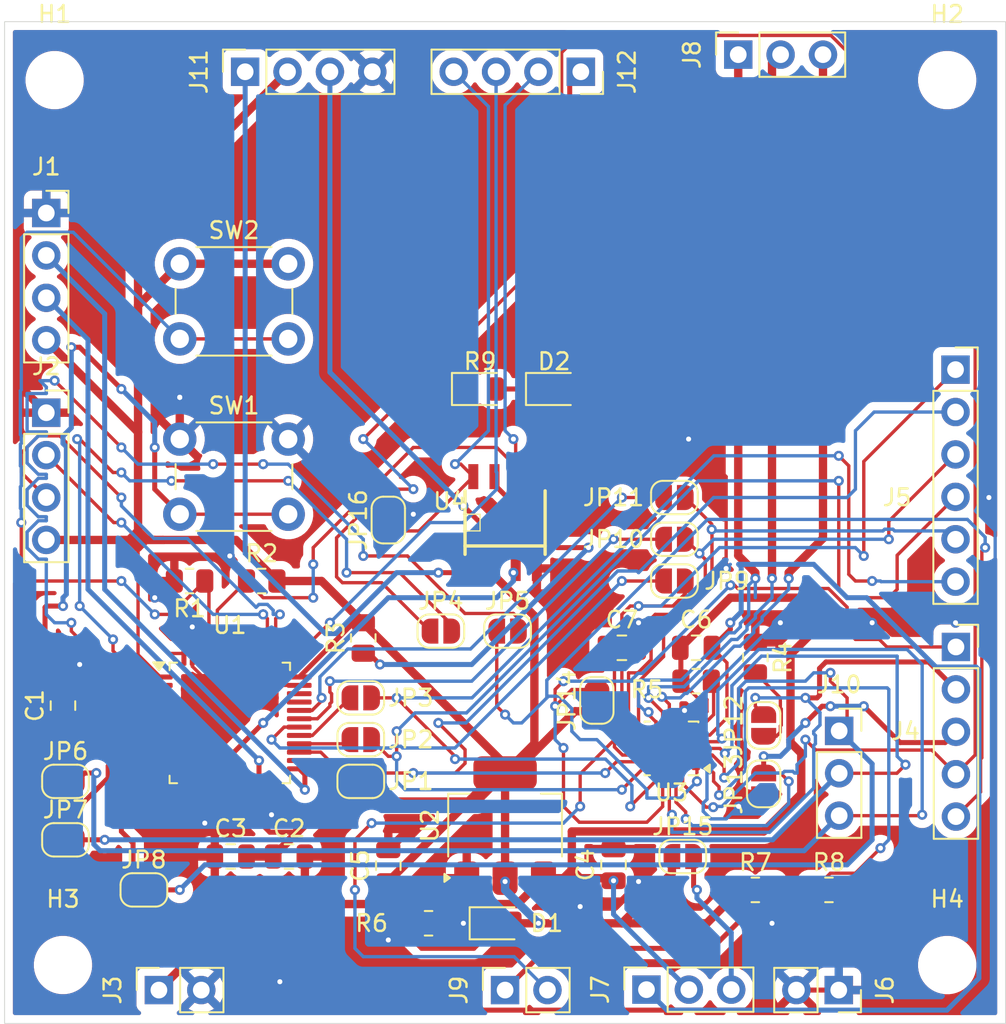
<source format=kicad_pcb>
(kicad_pcb (version 20241229) (generator "pcbnew") (generator_version "9.0")
  (layers (0 "F.Cu" signal) (2 "B.Cu" signal) (13 "F.Paste" user) (15 "B.Paste" user) (5 "F.SilkS" user "F.Silkscreen") (7 "B.SilkS" user "B.Silkscreen") (1 "F.Mask" user) (3 "B.Mask" user) (25 "Edge.Cuts" user))
  (net 0 "")
  (net 1 "/RESET")
  (net 2 "GND")
  (net 3 "+3V3")
  (net 4 "+BATT")
  (net 5 "/CP")
  (net 6 "/AVDD")
  (net 7 "Net-(D1-K)")
  (net 8 "Net-(D2-K)")
  (net 9 "/PGO")
  (net 10 "/TX")
  (net 11 "/RX")
  (net 12 "/SWCLK")
  (net 13 "/SWDIO")
  (net 14 "/MODE")
  (net 15 "/FAULT")
  (net 16 "/SLEW")
  (net 17 "/SLEEP")
  (net 18 "/GAIN")
  (net 19 "/INHC")
  (net 20 "/INLA")
  (net 21 "/INLB")
  (net 22 "/INLC")
  (net 23 "/INHA")
  (net 24 "/INHB")
  (net 25 "/VIN_AVDD")
  (net 26 "/OUTA")
  (net 27 "/OUTC")
  (net 28 "/OUTB")
  (net 29 "/CSAREF")
  (net 30 "/SOC")
  (net 31 "/SOB")
  (net 32 "/SOA")
  (net 33 "/VDD_5")
  (net 34 "/OUT")
  (net 35 "/DIR")
  (net 36 "/SDA")
  (net 37 "/SCL")
  (net 38 "Net-(JP1-A)")
  (net 39 "Net-(JP2-A)")
  (net 40 "Net-(JP3-A)")
  (net 41 "Net-(JP4-B)")
  (net 42 "Net-(JP5-B)")
  (net 43 "Net-(JP6-A)")
  (net 44 "Net-(JP7-A)")
  (net 45 "Net-(JP8-A)")
  (net 46 "Net-(JP9-A)")
  (net 47 "Net-(JP10-A)")
  (net 48 "Net-(JP11-A)")
  (net 49 "Net-(JP12-A)")
  (net 50 "/BOOT")
  (footprint "Resistor_SMD:R_0805_2012Metric" (layer "F.Cu") (at 165 92)
    (property "Reference" "R7")
    (property "Value" "10k")
  )
  (footprint "Connector_PinSocket_2.54mm:PinSocket_1x03_P2.54mm_Vertical" (layer "F.Cu") (at 170.025 82.475)
    (property "Reference" "J10")
    (property "Value" "SOx")
  )
  (footprint "Connector_PinSocket_2.54mm:PinSocket_1x03_P2.54mm_Vertical" (layer "F.Cu") (at 163.975 41.975 90)
    (property "Reference" "J8")
    (property "Value" "out")
  )
  (footprint "AS5600:SOIC8" (layer "F.Cu") (at 150 70)
    (property "Reference" "U4")
    (property "Value" "AS5600")
  )
  (footprint "Jumper:SolderJumper-2_P1.3mm_Open_RoundedPad1.0x1.5mm" (layer "F.Cu") (at 141.35 80.5)
    (property "Reference" "JP3")
    (property "Value" "SolderJumper_2_Open")
  )
  (footprint "Connector_PinSocket_2.54mm:PinSocket_1x02_P2.54mm_Vertical" (layer "F.Cu") (at 129.25 98 90)
    (property "Reference" "J3")
    (property "Value" "batt_1x2")
  )
  (footprint "Capacitor_SMD:C_0805_2012Metric" (layer "F.Cu") (at 156.5 90.5 90)
    (property "Reference" "C4")
    (property "Value" "10uF")
  )
  (footprint "Connector_PinSocket_2.54mm:PinSocket_1x02_P2.54mm_Vertical" (layer "F.Cu") (at 170 98 -90)
    (property "Reference" "J6")
    (property "Value" "gnd")
  )
  (footprint "Jumper:SolderJumper-2_P1.3mm_Open_RoundedPad1.0x1.5mm" (layer "F.Cu") (at 160.15 71)
    (property "Reference" "JP10")
    (property "Value" "SolderJumper_2_Open")
  )
  (footprint "Connector_PinSocket_2.54mm:PinSocket_1x04_P2.54mm_Vertical" (layer "F.Cu") (at 154.54 43 -90)
    (property "Reference" "J12")
    (property "Value" "Conn_01x04_Pin")
  )
  (footprint "Resistor_SMD:R_0805_2012Metric" (layer "F.Cu") (at 135.4125 73.5)
    (property "Reference" "R2")
    (property "Value" "4.7k")
  )
  (footprint "Resistor_SMD:R_0805_2012Metric" (layer "F.Cu") (at 145.4125 94)
    (property "Reference" "R6")
    (property "Value" "1k")
  )
  (footprint "Button_Switch_THT:SW_PUSH_6mm_H5mm" (layer "F.Cu") (at 130.5 54.5)
    (property "Reference" "SW2")
    (property "Value" "SW_Push")
  )
  (footprint "LED_SMD:LED_0805_2012Metric" (layer "F.Cu") (at 148.5 62)
    (property "Reference" "R9")
    (property "Value" "1k")
  )
  (footprint "Jumper:SolderJumper-2_P1.3mm_Open_RoundedPad1.0x1.5mm" (layer "F.Cu") (at 165.5 85.65 90)
    (property "Reference" "JP13")
    (property "Value" "SolderJumper_2_Open")
  )
  (footprint "Connector_PinSocket_2.54mm:PinSocket_1x06_P2.54mm_Vertical" (layer "F.Cu") (at 177 60.84)
    (property "Reference" "J5")
    (property "Value" "INH/Lx")
  )
  (footprint "Jumper:SolderJumper-2_P1.3mm_Open_RoundedPad1.0x1.5mm" (layer "F.Cu") (at 123.65 89)
    (property "Reference" "JP7")
    (property "Value" "SolderJumper_2_Open")
  )
  (footprint "Resistor_SMD:R_0805_2012Metric" (layer "F.Cu") (at 131.0875 73.5 180)
    (property "Reference" "R1")
    (property "Value" "10K")
  )
  (footprint "Connector_PinSocket_2.54mm:PinSocket_1x04_P2.54mm_Vertical" (layer "F.Cu") (at 134.42 43 90)
    (property "Reference" "J11")
    (property "Value" "Conn_01x04_Pin")
  )
  (footprint "Jumper:SolderJumper-2_P1.3mm_Open_RoundedPad1.0x1.5mm" (layer "F.Cu") (at 141.35 83)
    (property "Reference" "JP2")
    (property "Value" "SolderJumper_2_Open")
  )
  (footprint "Resistor_SMD:R_0805_2012Metric" (layer "F.Cu") (at 141.5 76.9125 90)
    (property "Reference" "R3")
    (property "Value" "4.7k")
  )
  (footprint "Jumper:SolderJumper-2_P1.3mm_Open_RoundedPad1.0x1.5mm" (layer "F.Cu") (at 123.65 85.5)
    (property "Reference" "JP6")
    (property "Value" "SolderJumper_2_Open")
  )
  (footprint "Jumper:SolderJumper-2_P1.3mm_Open_RoundedPad1.0x1.5mm" (layer "F.Cu") (at 141.35 85.5)
    (property "Reference" "JP1")
    (property "Value" "SolderJumper_2_Open")
  )
  (footprint "Capacitor_SMD:C_0805_2012Metric" (layer "F.Cu") (at 137.05 90)
    (property "Reference" "C2")
    (property "Value" "100nF")
  )
  (footprint "Jumper:SolderJumper-2_P1.3mm_Open_RoundedPad1.0x1.5mm" (layer "F.Cu") (at 128.35 92)
    (property "Reference" "JP8")
    (property "Value" "SolderJumper_2_Open")
  )
  (footprint "Connector_PinSocket_2.54mm:PinSocket_1x04_P2.54mm_Vertical" (layer "F.Cu") (at 122.5 63.42)
    (property "Reference" "J2")
    (property "Value" "ST-LINK Flasher")
  )
  (footprint "Capacitor_SMD:C_0805_2012Metric" (layer "F.Cu") (at 157 77.5)
    (property "Reference" "C7")
    (property "Value" "4.7uF")
  )
  (footprint "Connector_PinSocket_2.54mm:PinSocket_1x03_P2.54mm_Vertical" (layer "F.Cu") (at 158.475 97.975 90)
    (property "Reference" "J7")
    (property "Value" "V")
  )
  (footprint "Package_TO_SOT_SMD:SOT-223-3_TabPin2" (layer "F.Cu") (at 150 88.15 90)
    (property "Reference" "U2")
    (property "Value" "AMS1117")
  )
  (footprint "Jumper:SolderJumper-2_P1.3mm_Open_RoundedPad1.0x1.5mm" (layer "F.Cu") (at 165.5 82.15 90)
    (property "Reference" "JP12")
    (property "Value" "SolderJumper_2_Open")
  )
  (footprint "Jumper:SolderJumper-2_P1.3mm_Open_RoundedPad1.0x1.5mm" (layer "F.Cu") (at 160.15 68.5)
    (property "Reference" "JP11")
    (property "Value" "SolderJumper_2_Open")
  )
  (footprint "Connector_PinSocket_2.54mm:PinSocket_1x04_P2.54mm_Vertical" (layer "F.Cu") (at 122.5 51.46)
    (property "Reference" "J1")
    (property "Value" "UART")
  )
  (footprint "Connector_PinSocket_2.54mm:PinSocket_1x02_P2.54mm_Vertical" (layer "F.Cu") (at 150 98 90)
    (property "Reference" "J9")
    (property "Value" "~")
  )
  (footprint "Capacitor_SMD:C_0805_2012Metric" (layer "F.Cu") (at 143 90.55 90)
    (property "Reference" "C5")
    (property "Value" "10uF")
  )
  (footprint "Jumper:SolderJumper-2_P1.3mm_Open_RoundedPad1.0x1.5mm" (layer "F.Cu") (at 160.15 73.5)
    (property "Reference" "JP9")
    (property "Value" "SolderJumper_2_Open")
  )
  (footprint "Jumper:SolderJumper-2_P1.3mm_Open_RoundedPad1.0x1.5mm" (layer "F.Cu") (at 146.15 76.5)
    (property "Reference" "JP4")
    (property "Value" "SolderJumper_2_Open")
  )
  (footprint "Capacitor_SMD:C_0805_2012Metric" (layer "F.Cu") (at 161.45 77.5)
    (property "Reference" "C6")
    (property "Value" "0.1uF")
  )
  (footprint "Package_DFN_QFN:Texas_RRW0024A_WQFN-24-1EP_3x3mm_P0.4mm_EP1.9x1.9mm" (layer "F.Cu") (at 159.975 83.525 180)
    (property "Reference" "U3")
    (property "Value" "DRV8311H")
  )
  (footprint "Connector_PinSocket_2.54mm:PinSocket_1x05_P2.54mm_Vertical" (layer "F.Cu") (at 177.025 77.45)
    (property "Reference" "J4")
    (property "Value" "~")
  )
  (footprint "MountingHole:MountingHole_3mm" (layer "F.Cu") (at 123.5 96.5)
    (property "Reference" "H3")
    (property "Value" "M3")
  )
  (footprint "Resistor_SMD:R_0805_2012Metric" (layer "F.Cu") (at 161.45 79.5)
    (property "Reference" "R5")
    (property "Value" "0K")
  )
  (footprint "MountingHole:MountingHole_3mm" (layer "F.Cu") (at 123 43.5)
    (property "Reference" "H1")
    (property "Value" "M3")
  )
  (footprint "Jumper:SolderJumper-2_P1.3mm_Open_RoundedPad1.0x1.5mm" (layer "F.Cu") (at 143 69.85 90)
    (property "Reference" "JP16")
    (property "Value" "SolderJumper_2_Open")
  )
  (footprint "MountingHole:MountingHole_3mm" (layer "F.Cu") (at 176.5 96.5)
    (property "Reference" "H4")
    (property "Value" "M3")
  )
  (footprint "LED_SMD:LED_0805_2012Metric" (layer "F.Cu") (at 152.9375 62)
    (property "Reference" "D2")
    (property "Value" "LED_Small")
  )
  (footprint "Jumper:SolderJumper-2_P1.3mm_Open_RoundedPad1.0x1.5mm" (layer "F.Cu") (at 155.5 80.65 90)
    (property "Reference" "JP14")
    (property "Value" "SolderJumper_2_Open")
  )
  (footprint "Capacitor_SMD:C_0805_2012Metric_Pad1.18x1.45mm_HandSolder" (layer "F.Cu") (at 123.5 80.9625 90)
    (property "Reference" "C1")
    (property "Value" "100nF")
  )
  (footprint "LED_SMD:LED_0805_2012Metric" (layer "F.Cu") (at 149.5625 94)
    (property "Reference" "D1")
    (property "Value" "LED")
  )
  (footprint "Capacitor_SMD:C_0805_2012Metric" (layer "F.Cu") (at 133.55 90)
    (property "Reference" "C3")
    (property "Value" "1uF")
  )
  (footprint "Button_Switch_THT:SW_PUSH_6mm_H5mm" (layer "F.Cu") (at 130.5 65)
    (property "Reference" "SW1")
    (property "Value" "SW_Push")
  )
  (footprint "Jumper:SolderJumper-2_P1.3mm_Open_RoundedPad1.0x1.5mm" (layer "F.Cu") (at 150.15 76.5)
    (property "Reference" "JP5")
    (property "Value" "SolderJumper_2_Open")
  )
  (footprint "Resistor_SMD:R_0805_2012Metric" (layer "F.Cu") (at 165 78.0875 -90)
    (property "Reference" "R4")
    (property "Value" "47k")
  )
  (footprint "Resistor_SMD:R_0805_2012Metric" (layer "F.Cu") (at 169.4125 92)
    (property "Reference" "R8")
    (property "Value" "10k")
  )
  (footprint "MountingHole:MountingHole_3mm" (layer "F.Cu") (at 176.5 43.5)
    (property "Reference" "H2")
    (property "Value" "M3")
  )
  (footprint "Package_QFP:LQFP-48_7x7mm_P0.5mm" (layer "F.Cu") (at 133.5 82)
    (property "Reference" "U1")
    (property "Value" "STM32G431CBTx")
  )
  (footprint "Jumper:SolderJumper-2_P1.3mm_Open_RoundedPad1.0x1.5mm" (layer "F.Cu") (at 160.65 90)
    (property "Reference" "JP15")
    (property "Value" "SolderJumper_2_Open")
  )
  (gr_rect (start 120 40) (end 180 100) (stroke (width 0.05)) (fill no) (layer "Edge.Cuts"))
  (segment (start 166 97) (end 166.46 97) (width 0.2) (layer "F.Cu") (net 0))
  (segment (start 166.46 97) (end 166.64612 97.18612) (width 0.2) (layer "F.Cu") (net 0))
  (segment (start 123.5 75) (end 122.5 75) (width 0.3) (layer "F.Cu") (net 1))
  (segment (start 122.424 80.924) (end 123.5 82) (width 0.3) (layer "F.Cu") (net 1))
  (segment (start 129 65.5) (end 129 68) (width 0.3) (layer "F.Cu") (net 1))
  (segment (start 126.75 82.25) (end 126.5 82) (width 0.3) (layer "F.Cu") (net 1))
  (segment (start 129.3375 82.25) (end 126.75 82.25) (width 0.3) (layer "F.Cu") (net 1))
  (segment (start 130.5 69.5) (end 137 69.5) (width 0.2) (layer "F.Cu") (net 1))
  (segment (start 129 68) (end 130.5 69.5) (width 0.3) (layer "F.Cu") (net 1))
  (segment (start 122.5 75) (end 122.424 75.076) (width 0.3) (layer "F.Cu") (net 1))
  (segment (start 124.5 59.5) (end 127 62) (width 0.3) (layer "F.Cu") (net 1))
  (segment (start 126.5 82) (end 123.5 82) (width 0.3) (layer "F.Cu") (net 1))
  (segment (start 124 59.5) (end 124.5 59.5) (width 0.3) (layer "F.Cu") (net 1))
  (segment (start 122.424 75.076) (end 122.424 80.924) (width 0.3) (layer "F.Cu") (net 1))
  (via (at 123.5 75) (size 0.6) (drill 0.3) (layers "F.Cu" "B.Cu") (net 1))
  (via (at 129 65.5) (size 0.6) (drill 0.3) (layers "F.Cu" "B.Cu") (net 1))
  (via (at 127 62) (size 0.6) (drill 0.3) (layers "F.Cu" "B.Cu") (net 1))
  (via (at 124 59.5) (size 0.6) (drill 0.3) (layers "F.Cu" "B.Cu") (net 1))
  (segment (start 127 62) (end 129 64) (width 0.3) (layer "B.Cu") (net 1))
  (segment (start 124 64.322) (end 124 59.5) (width 0.3) (layer "B.Cu") (net 1))
  (segment (start 129 64) (end 129 65.5) (width 0.3) (layer "B.Cu") (net 1))
  (segment (start 123.5 74.5) (end 123.701 74.299) (width 0.3) (layer "B.Cu") (net 1))
  (segment (start 123.5 75) (end 123.5 74.5) (width 0.3) (layer "B.Cu") (net 1))
  (segment (start 123.701 74.299) (end 123.701 65.462529) (width 0.3) (layer "B.Cu") (net 1))
  (segment (start 123.5 65.261529) (end 123.5 64.822) (width 0.3) (layer "B.Cu") (net 1))
  (segment (start 123.5 64.822) (end 124 64.322) (width 0.3) (layer "B.Cu") (net 1))
  (segment (start 123.701 65.462529) (end 123.5 65.261529) (width 0.3) (layer "B.Cu") (net 1))
  (segment (start 144 88.6) (end 144 88.5) (width 0.5) (layer "F.Cu") (net 2))
  (segment (start 160.245 83.255) (end 160.245 82.5) (width 0.2) (layer "F.Cu") (net 2))
  (segment (start 163.25 67.25) (end 161 65) (width 0.2) (layer "F.Cu") (net 2))
  (segment (start 170 92.325) (end 170.325 92) (width 0.3) (layer "F.Cu") (net 2))
  (segment (start 132.391176 79.75) (end 131.25 78.608824) (width 0.2) (layer "F.Cu") (net 2))
  (segment (start 131.79 98) (end 132.991 99.201) (width 0.3) (layer "F.Cu") (net 2))
  (segment (start 146.325 94) (end 147.5 94) (width 0.2) (layer "F.Cu") (net 2))
  (segment (start 120.829 61.749) (end 120.829 61.171) (width 0.5) (layer "F.Cu") (net 2))
  (segment (start 137.6625 79.75) (end 132.391176 79.75) (width 0.2) (layer "F.Cu") (net 2))
  (segment (start 158.51 83.525) (end 159.975 83.525) (width 0.2) (layer "F.Cu") (net 2))
  (segment (start 160.755 81.255) (end 160.49 81.255) (width 0.2) (layer "F.Cu") (net 2))
  (segment (start 166.259 99.201) (end 167.46 98) (width 0.3) (layer "F.Cu") (net 2))
  (segment (start 135.75 87.25) (end 136 87.5) (width 0.2) (layer "F.Cu") (net 2))
  (segment (start 157.95 77.5) (end 157.95 76.05) (width 0.5) (layer "F.Cu") (net 2))
  (segment (start 156.5 93) (end 154.5 93) (width 0.2) (layer "F.Cu") (net 2))
  (segment (start 143 89.6) (end 144 88.6) (width 0.5) (layer "F.Cu") (net 2))
  (segment (start 160.245 82.06) (end 160.245 81.727226) (width 0.2) (layer "F.Cu") (net 2))
  (segment (start 160.717226 81.255) (end 160.246 81.726226) (width 0.2) (layer "F.Cu") (net 2))
  (segment (start 132.991 99.201) (end 166.259 99.201) (width 0.3) (layer "F.Cu") (net 2))
  (segment (start 131.25 78.608824) (end 131.25 77.8375) (width 0.2) (layer "F.Cu") (net 2))
  (segment (start 133 88) (end 132 88) (width 0.2) (layer "F.Cu") (net 2))
  (segment (start 170 98) (end 170 92.325) (width 0.3) (layer "F.Cu") (net 2))
  (segment (start 158 91.5) (end 156.5 93) (width 0.2) (layer "F.Cu") (net 2))
  (segment (start 122.5 63.42) (end 120.829 61.749) (width 0.5) (layer "F.Cu") (net 2))
  (segment (start 131.25 77.8375) (end 131.25 76.25) (width 0.2) (layer "F.Cu") (net 2))
  (segment (start 160.245 82.06) (end 160.245 81.5) (width 0.2) (layer "F.Cu") (net 2))
  (segment (start 157.95 76.05) (end 158 76) (width 0.5) (layer "F.Cu") (net 2))
  (segment (start 160.245 82.5) (end 160.245 82.06) (width 0.2) (layer "F.Cu") (net 2))
  (segment (start 160.755 81.255) (end 160.717226 81.255) (width 0.2) (layer "F.Cu") (net 2))
  (segment (start 163.25 72.75) (end 163.25 67.25) (width 0.2) (layer "F.Cu") (net 2))
  (segment (start 135.75 86.1625) (end 135.75 87.25) (width 0.2) (layer "F.Cu") (net 2))
  (segment (start 167.46 98) (end 170 98) (width 0.3) (layer "F.Cu") (net 2))
  (segment (start 159.975 83.525) (end 160.245 83.255) (width 0.2) (layer "F.Cu") (net 2))
  (segment (start 133.75 87.25) (end 133 88) (width 0.2) (layer "F.Cu") (net 2))
  (segment (start 165 77.175) (end 165 77) (width 0.2) (layer "F.Cu") (net 2))
  (segment (start 160.49 81.255) (end 160.245 81.5) (width 0.2) (layer "F.Cu") (net 2))
  (segment (start 172 76) (end 177 76) (width 0.2) (layer "F.Cu") (net 2))
  (segment (start 133.75 86.1625) (end 133.75 87.25) (width 0.2) (layer "F.Cu") (net 2))
  (segment (start 130.5 65) (end 130.5 62.5) (width 0.5) (layer "F.Cu") (net 2))
  (via (at 136 87.5) (size 0.6) (drill 0.3) (layers "F.Cu" "B.Cu") (net 2))
  (via (at 131.25 76.25) (size 0.6) (drill 0.3) (layers "F.Cu" "B.Cu") (net 2))
  (via (at 160.755 81.255) (size 0.6) (drill 0.3) (layers "F.Cu" "B.Cu") (net 2))
  (via (at 130.5 62.5) (size 0.6) (drill 0.3) (layers "F.Cu" "B.Cu") (net 2))
  (via (at 166 94) (size 0.6) (drill 0.3) (layers "F.Cu" "B.Cu") (net 2))
  (via (at 154.5 93) (size 0.6) (drill 0.3) (layers "F.Cu" "B.Cu") (net 2))
  (via (at 143 95) (size 0.6) (drill 0.3) (layers "F.Cu" "B.Cu") (net 2))
  (via (at 158 91.5) (size 0.6) (drill 0.3) (layers "F.Cu" "B.Cu") (net 2))
  (via (at 179 68.5) (size 0.6) (drill 0.3) (layers "F.Cu" "B.Cu") (net 2))
  (via (at 172 76) (size 0.6) (drill 0.3) (layers "F.Cu" "B.Cu") (net 2))
  (via (at 161 65) (size 0.6) (drill 0.3) (layers "F.Cu" "B.Cu") (net 2))
  (via (at 164 87) (size 0.6) (drill 0.3) (layers "F.Cu" "B.Cu") (net 2))
  (via (at 136.5 97.5) (size 0.6) (drill 0.3) (layers "F.Cu" "B.Cu") (net 2))
  (via (at 166.5 76) (size 0.6) (drill 0.3) (layers "F.Cu" "B.Cu") (net 2))
  (via (at 158 76) (size 0.6) (drill 0.3) (layers "F.Cu" "B.Cu") (net 2))
  (via (at 144.5 69.5) (size 0.6) (drill 0.3) (layers "F.Cu" "B.Cu") (net 2))
  (via (at 129 74.5) (size 0.6) (drill 0.3) (layers "F.Cu" "B.Cu") (net 2))
  (via (at 133.5 72) (size 0.6) (drill 0.3) (layers "F.Cu" "B.Cu") (net 2))
  (via (at 130.5 62.5) (size 0.6) (drill 0.3) (layers "F.Cu" "B.Cu") (net 2))
  (via (at 163.25 72.75) (size 0.6) (drill 0.3) (layers "F.Cu" "B.Cu") (net 2))
  (via (at 130.5 62.5) (size 0.6) (drill 0.3) (layers "F.Cu" "B.Cu") (net 2))
  (via (at 132 88) (size 0.6) (drill 0.3) (layers "F.Cu" "B.Cu") (net 2))
  (via (at 147.5 94) (size 0.6) (drill 0.3) (layers "F.Cu" "B.Cu") (net 2))
  (via (at 177 76) (size 0.6) (drill 0.3) (layers "F.Cu" "B.Cu") (net 2))
  (via (at 124.5 78.5) (size 0.6) (drill 0.3) (layers "F.Cu" "B.Cu") (net 2))
  (segment (start 129.5 74.5) (end 129 74.5) (width 0.2) (layer "B.Cu") (net 2))
  (segment (start 160.9766 81.255) (end 166.2316 76) (width 0.2) (layer "B.Cu") (net 2))
  (segment (start 162.328711 87.747) (end 163.253 87.747) (width 0.2) (layer "B.Cu") (net 2))
  (segment (start 163.25 72.75) (end 163.5 72.5) (width 0.2) (layer "B.Cu") (net 2))
  (segment (start 158 76) (end 160 76) (width 0.2) (layer "B.Cu") (net 2))
  (segment (start 177 76) (end 179.377 73.623) (width 0.2) (layer "B.Cu") (net 2))
  (segment (start 146.5 95) (end 143 95) (width 0.2) (layer "B.Cu") (net 2))
  (segment (start 179.377 69.877) (end 179 69.5) (width 0.2) (layer "B.Cu") (net 2))
  (segment (start 179 69.5) (end 179 68.5) (width 0.2) (layer "B.Cu") (net 2))
  (segment (start 179.377 73.623) (end 179.377 69.877) (width 0.2) (layer "B.Cu") (net 2))
  (segment (start 161.876737 87.295026) (end 162.328711 87.747) (width 0.2) (layer "B.Cu") (net 2))
  (segment (start 166.5 76) (end 172 76) (width 0.2) (layer "B.Cu") (net 2))
  (segment (start 163.253 87.747) (end 164 87) (width 0.2) (layer "B.Cu") (net 2))
  (segment (start 162.101 82.601) (end 162.101 86.572877) (width 0.2) (layer "B.Cu") (net 2))
  (segment (start 161.876737 86.79714) (end 161.876737 87.295026) (width 0.2) (layer "B.Cu") (net 2))
  (segment (start 160 76) (end 160.150057 76) (width 0.2) (layer "B.Cu") (net 2))
  (segment (start 147.5 94) (end 146.5 95) (width 0.2) (layer "B.Cu") (net 2))
  (segment (start 160.755 81.255) (end 160.9766 81.255) (width 0.2) (layer "B.Cu") (net 2))
  (segment (start 162.101 86.572877) (end 161.876737 86.79714) (width 0.2) (layer "B.Cu") (net 2))
  (segment (start 160.755 81.255) (end 162.101 82.601) (width 0.2) (layer "B.Cu") (net 2))
  (segment (start 166.2316 76) (end 166.5 76) (width 0.2) (layer "B.Cu") (net 2))
  (segment (start 131.25 76.25) (end 129.5 74.5) (width 0.2) (layer "B.Cu") (net 2))
  (segment (start 160 76) (end 163.25 72.75) (width 0.2) (layer "B.Cu") (net 2))
  (segment (start 145.5 80) (end 144.794 79.294) (width 0.5) (layer "F.Cu") (net 3))
  (segment (start 133.865 71.04) (end 129.5 71.04) (width 0.5) (layer "F.Cu") (net 3))
  (segment (start 138.05 87.9625) (end 138.05 88.05) (width 0.3) (layer "F.Cu") (net 3))
  (segment (start 137.6625 79.25) (end 140.9125 76) (width 0.3) (layer "F.Cu") (net 3))
  (segment (start 136.25 86.1625) (end 137.54375 87.45625) (width 0.3) (layer "F.Cu") (net 3))
  (segment (start 150.5 94) (end 152 94) (width 0.5) (layer "F.Cu") (net 3))
  (segment (start 140.9125 76) (end 141.5 76) (width 0.3) (layer "F.Cu") (net 3))
  (segment (start 136.325 73.5) (end 133.865 71.04) (width 0.5) (layer "F.Cu") (net 3))
  (segment (start 136.96 43) (end 128 51.96) (width 0.5) (layer "F.Cu") (net 3))
  (segment (start 136.1 90) (end 134.5 90) (width 0.5) (layer "F.Cu") (net 3))
  (segment (start 128 71.5) (end 128 76) (width 0.2) (layer "F.Cu") (net 3))
  (segment (start 134.75 87.4) (end 135.425 88.075) (width 0.3) (layer "F.Cu") (net 3))
  (segment (start 129 71.04) (end 128.46 71.04) (width 0.5) (layer "F.Cu") (net 3))
  (segment (start 157 94) (end 162.0875 94) (width 0.5) (layer "F.Cu") (net 3))
  (segment (start 137.54375 87.45625) (end 138.05 87.9625) (width 0.3) (layer "F.Cu") (net 3))
  (segment (start 128 70.5) (end 128 71.04) (width 0.5) (layer "F.Cu") (net 3))
  (segment (start 138 87.45625) (end 137.54375 87.45625) (width 0.5) (layer "F.Cu") (net 3))
  (segment (start 134.25 86.1625) (end 134.25 86.899999) (width 0.3) (layer "F.Cu") (net 3))
  (segment (start 138.45625 87.45625) (end 138 87.45625) (width 0.5) (layer "F.Cu") (net 3))
  (segment (start 130.5 54.5) (end 137 54.5) (width 0.5) (layer "F.Cu") (net 3))
  (segment (start 138.55 87.55) (end 138.45625 87.45625) (width 0.5) (layer "F.Cu") (net 3))
  (segment (start 151.756 75.591) (end 151.756 83.244) (width 0.5) (layer "F.Cu") (net 3))
  (segment (start 127 71.04) (end 127.46 71.04) (width 0.5) (layer "F.Cu") (net 3))
  (segment (start 128 64.58) (end 128 70.5) (width 0.5) (layer "F.Cu") (net 3))
  (segment (start 128 76) (end 128 77.9125) (width 0.2) (layer "F.Cu") (net 3))
  (segment (start 150.5 85) (end 154.2 81.3) (width 0.5) (layer "F.Cu") (net 3))
  (segment (start 122.5 59.08) (end 128 64.58) (width 0.5) (layer "F.Cu") (net 3))
  (segment (start 138.55 87.55) (end 138.05 88.05) (width 0.5) (layer "F.Cu") (net 3))
  (segment (start 129 71.04) (end 128.54 71.04) (width 0.5) (layer "F.Cu") (net 3))
  (segment (start 128 51.96) (end 128 57) (width 0.5) (layer "F.Cu") (net 3))
  (segment (start 150 84.5) (end 145.5 80) (width 0.5) (layer "F.Cu") (net 3))
  (segment (start 137.54375 88.54375) (end 137.54375 87.45625) (width 0.5) (layer "F.Cu") (net 3))
  (segment (start 134.75 86.1625) (end 134.75 87) (width 0.3) (layer "F.Cu") (net 3))
  (segment (start 127.54 71.04) (end 128 71.5) (width 0.5) (layer "F.Cu") (net 3))
  (segment (start 149.365 72.75) (end 149.365 73.2) (width 0.5) (layer "F.Cu") (net 3))
  (segment (start 139.394 86.706) (end 138.55 87.55) (width 0.5) (layer "F.Cu") (net 3))
  (segment (start 138 88) (end 138.05 88.05) (width 0.5) (layer "F.Cu") (net 3))
  (segment (start 162.0875 94) (end 164.0875 92) (width 0.5) (layer "F.Cu") (net 3))
  (segment (start 134.25 86.899999) (end 134.425 87.075) (width 0.3) (layer "F.Cu") (net 3))
  (segment (start 145.5 80) (end 141.5 76) (width 0.5) (layer "F.Cu") (net 3))
  (segment (start 135.425 88.075) (end 135.893751 88.54375) (width 0.3) (layer "F.Cu") (net 3))
  (segment (start 151.756 83.244) (end 150 85) (width 0.5) (layer "F.Cu") (net 3))
  (segment (start 128 71.04) (end 127 71.04) (width 0.5) (layer "F.Cu") (net 3))
  (segment (start 134.5 87) (end 134.425 87.075) (width 0.3) (layer "F.Cu") (net 3))
  (segment (start 150 91.3) (end 150 85) (width 0.5) (layer "F.Cu") (net 3))
  (segment (start 129.5 71.04) (end 129 71.04) (width 0.5) (layer "F.Cu") (net 3))
  (segment (start 128 76) (end 129.8375 77.8375) (width 0.2) (layer "F.Cu") (net 3))
  (segment (start 127 71.04) (end 122.5 71.04) (width 0.5) (layer "F.Cu") (net 3))
  (segment (start 150 85) (end 150 84.5) (width 0.5) (layer "F.Cu") (net 3))
  (segment (start 138 87.45625) (end 138 88) (width 0.5) (layer "F.Cu") (net 3))
  (segment (start 128 71.5) (end 128 71.04) (width 0.2) (layer "F.Cu") (net 3))
  (segment (start 137.55 88.55) (end 138.05 88.05) (width 0.5) (layer "F.Cu") (net 3))
  (segment (start 134.75 87) (end 134.75 87.4) (width 0.3) (layer "F.Cu") (net 3))
  (segment (start 127.46 71.04) (end 128 70.5) (width 0.5) (layer "F.Cu") (net 3))
  (segment (start 152 94) (end 157 94) (width 0.5) (layer "F.Cu") (net 3))
  (segment (start 160 91) (end 157 94) (width 0.5) (layer "F.Cu") (net 3))
  (segment (start 139 73.5) (end 141.5 76) (width 0.5) (layer "F.Cu") (net 3))
  (segment (start 143 91.5) (end 149.5 85) (width 0.5) (layer "F.Cu") (net 3))
  (segment (start 129.8375 77.8375) (end 130.75 77.8375) (width 0.2) (layer "F.Cu") (net 3))
  (segment (start 149.365 73.2) (end 151.756 75.591) (width 0.5) (layer "F.Cu") (net 3))
  (segment (start 130.5 54.5) (end 128 57) (width 0.5) (layer "F.Cu") (net 3))
  (segment (start 154.2 81.3) (end 155.5 81.3) (width 0.5) (layer "F.Cu") (net 3))
  (segment (start 150 85) (end 148.294 86.706) (width 0.5) (layer "F.Cu") (net 3))
  (segment (start 134.75 87) (end 134.5 87) (width 0.3) (layer "F.Cu") (net 3))
  (segment (start 148.294 86.706) (end 139.394 86.706) (width 0.5) (layer "F.Cu") (net 3))
  (segment (start 150 85) (end 150.5 85) (width 0.5) (layer "F.Cu") (net 3))
  (segment (start 129.5 71.04) (end 128 71.04) (width 0.5) (layer "F.Cu") (net 3))
  (segment (start 149.5 85) (end 150 85) (width 0.5) (layer "F.Cu") (net 3))
  (segment (start 136.1 90) (end 137.55 88.55) (width 0.5) (layer "F.Cu") (net 3))
  (segment (start 127.46 71.04) (end 127.54 71.04) (width 0.5) (layer "F.Cu") (net 3))
  (segment (start 160 90) (end 160 91) (width 0.5) (layer "F.Cu") (net 3))
  (segment (start 134.425 87.075) (end 135.425 88.075) (width 0.3) (layer "F.Cu") (net 3))
  (segment (start 128 77.9125) (end 129.3375 79.25) (width 0.2) (layer "F.Cu") (net 3))
  (segment (start 128 57) (end 128 64.58) (width 0.5) (layer "F.Cu") (net 3))
  (segment (start 137.55 88.55) (end 137.54375 88.54375) (width 0.5) (layer "F.Cu") (net 3))
  (segment (start 136.325 73.5) (end 139 73.5) (width 0.5) (layer "F.Cu") (net 3))
  (segment (start 128.54 71.04) (end 128 70.5) (width 0.5) (layer "F.Cu") (net 3))
  (segment (start 128.46 71.04) (end 128 71.5) (width 0.5) (layer "F.Cu") (net 3))
  (segment (start 135.893751 88.54375) (end 137.54375 88.54375) (width 0.3) (layer "F.Cu") (net 3))
  (via (at 150 91.5) (size 0.6) (drill 0.3) (layers "F.Cu" "B.Cu") (net 3))
  (via (at 152 94) (size 0.6) (drill 0.3) (layers "F.Cu" "B.Cu") (net 3))
  (segment (start 150 92) (end 150 91.5) (width 0.5) (layer "B.Cu") (net 3))
  (segment (start 152 94) (end 150 92) (width 0.5) (layer "B.Cu") (net 3))
  (segment (start 160.645 80) (end 160.645 79.6075) (width 0.2) (layer "F.Cu") (net 4))
  (segment (start 150.751 92.849) (end 152.3 91.3) (width 0.5) (layer "F.Cu") (net 4))
  (segment (start 167.751 83.813075) (end 167.107 83.169075) (width 0.5) (layer "F.Cu") (net 4))
  (segment (start 160.94 82.06) (end 161.076 81.924) (width 0.2) (layer "F.Cu") (net 4))
  (segment (start 153.5 91.3) (end 154 91.3) (width 0.5) (layer "F.Cu") (net 4))
  (segment (start 154.5 91.3) (end 156.35 91.3) (width 0.5) (layer "F.Cu") (net 4))
  (segment (start 162.099 80.599) (end 162 80.5) (width 0.2) (layer "F.Cu") (net 4))
  (segment (start 134.401 92.849) (end 150.751 92.849) (width 0.5) (layer "F.Cu") (net 4))
  (segment (start 156.35 91.3) (end 156.5 91.45) (width 0.5) (layer "F.Cu") (net 4))
  (segment (start 154 90.5) (end 154 90.8) (width 0.5) (layer "F.Cu") (net 4))
  (segment (start 154 88.5) (end 165.5 88.5) (width 0.5) (layer "F.Cu") (net 4))
  (segment (start 168.5 74.5) (end 163.5 74.5) (width 0.5) (layer "F.Cu") (net 4))
  (segment (start 154 90.8) (end 153.5 91.3) (width 0.5) (layer "F.Cu") (net 4))
  (segment (start 162.099 81.325) (end 162.099 80.599) (width 0.2) (layer "F.Cu") (net 4))
  (segment (start 169 76) (end 169 75) (width 0.5) (layer "F.Cu") (net 4))
  (segment (start 167.107 77.893) (end 169 76) (width 0.5) (layer "F.Cu") (net 4))
  (segment (start 160.645 82.06) (end 160.94 82.06) (width 0.2) (layer "F.Cu") (net 4))
  (segment (start 167.107 83.169075) (end 167.107 77.893) (width 0.5) (layer "F.Cu") (net 4))
  (segment (start 162 80.5) (end 161.5375 80.5) (width 0.2) (layer "F.Cu") (net 4))
  (segment (start 165.5 88.5) (end 167.751 86.249) (width 0.5) (layer "F.Cu") (net 4))
  (segment (start 163.5 74.5) (end 160.5 77.5) (width 0.5) (layer "F.Cu") (net 4))
  (segment (start 167.751 86.249) (end 167.751 83.813075) (width 0.5) (layer "F.Cu") (net 4))
  (segment (start 160.645 79.6075) (end 160.5375 79.5) (width 0.2) (layer "F.Cu") (net 4))
  (segment (start 129.25 98) (end 134.401 92.849) (width 0.5) (layer "F.Cu") (net 4))
  (segment (start 154 91.3) (end 154 90.5) (width 0.5) (layer "F.Cu") (net 4))
  (segment (start 169 75) (end 168.5 74.5) (width 0.5) (layer "F.Cu") (net 4))
  (segment (start 160.5375 79.5) (end 160.5375 77.5375) (width 0.3) (layer "F.Cu") (net 4))
  (segment (start 154 90.8) (end 154.5 91.3) (width 0.5) (layer "F.Cu") (net 4))
  (segment (start 154 91.3) (end 154.5 91.3) (width 0.5) (layer "F.Cu") (net 4))
  (segment (start 161.076 81.924) (end 161.5 81.924) (width 0.2) (layer "F.Cu") (net 4))
  (segment (start 154 91.3) (end 154 88.5) (width 0.5) (layer "F.Cu") (net 4))
  (segment (start 160.5375 77.5375) (end 160.5 77.5) (width 0.2) (layer "F.Cu") (net 4))
  (segment (start 161.5 81.924) (end 162.099 81.325) (width 0.2) (layer "F.Cu") (net 4))
  (segment (start 161.5375 80.5) (end 160.5375 79.5) (width 0.2) (layer "F.Cu") (net 4))
  (segment (start 152.3 91.3) (end 153.5 91.3) (width 0.5) (layer "F.Cu") (net 4))
  (via (at 156.5 91.45) (size 0.6) (drill 0.3) (layers "F.Cu" "B.Cu") (net 4))
  (segment (start 161.015 97.975) (end 156.5 93.46) (width 0.3) (layer "B.Cu") (net 4))
  (segment (start 156.5 93.46) (end 156.5 91.5) (width 0.3) (layer "B.Cu") (net 4))
  (segment (start 163.298 81.702) (end 162.275 82.725) (width 0.2) (layer "F.Cu") (net 5))
  (segment (start 163.298 78.398) (end 163.298 81.702) (width 0.2) (layer "F.Cu") (net 5))
  (segment (start 163.5 76) (end 163.5 76.4) (width 0.3) (layer "F.Cu") (net 5))
  (segment (start 163.5 76.4) (end 162.4 77.5) (width 0.3) (layer "F.Cu") (net 5))
  (segment (start 162.275 82.725) (end 161.44 82.725) (width 0.2) (layer "F.Cu") (net 5))
  (segment (start 162.4 77.5) (end 163.298 78.398) (width 0.2) (layer "F.Cu") (net 5))
  (via (at 163.5 76) (size 0.6) (drill 0.3) (layers "F.Cu" "B.Cu") (net 5))
  (segment (start 175.824 78.651) (end 171.673 74.5) (width 0.3) (layer "B.Cu") (net 5))
  (segment (start 178.226 78.651) (end 175.824 78.651) (width 0.3) (layer "B.Cu") (net 5))
  (segment (start 170.5 74.5) (end 168.5 72.5) (width 0.3) (layer "B.Cu") (net 5))
  (segment (start 171.673 74.5) (end 170.5 74.5) (width 0.3) (layer "B.Cu") (net 5))
  (segment (start 178.401 78.826) (end 178.226 78.651) (width 0.3) (layer "B.Cu") (net 5))
  (segment (start 176.48742 99.201) (end 178.401 97.28742) (width 0.3) (layer "B.Cu") (net 5))
  (segment (start 159.701 99.201) (end 176.48742 99.201) (width 0.3) (layer "B.Cu") (net 5))
  (segment (start 164.151 75.349) (end 163.5 76) (width 0.3) (layer "B.Cu") (net 5))
  (segment (start 158.475 97.975) (end 159.701 99.201) (width 0.3) (layer "B.Cu") (net 5))
  (segment (start 178.401 97.28742) (end 178.401 78.826) (width 0.3) (layer "B.Cu") (net 5))
  (segment (start 168.5 72.5) (end 164 72.5) (width 0.3) (layer "B.Cu") (net 5))
  (segment (start 164.151 72.651) (end 164.151 75.349) (width 0.3) (layer "B.Cu") (net 5))
  (segment (start 164 72.5) (end 164.151 72.651) (width 0.3) (layer "B.Cu") (net 5))
  (segment (start 154.5 85.056) (end 154.5 87) (width 0.2) (layer "F.Cu") (net 6))
  (segment (start 141 89) (end 141 92) (width 0.2) (layer "F.Cu") (net 6))
  (segment (start 156.556 78.006) (end 156.05 77.5) (width 0.2) (layer "F.Cu") (net 6))
  (segment (start 156.556 83.444) (end 156.556 83) (width 0.2) (layer "F.Cu") (net 6))
  (segment (start 142 88) (end 141 89) (width 0.2) (layer "F.Cu") (net 6))
  (segment (start 156.556 83) (end 154.5 85.056) (width 0.2) (layer "F.Cu") (net 6))
  (segment (start 158.51 83.925) (end 157.037 83.925) (width 0.2) (layer "F.Cu") (net 6))
  (segment (start 156.556 83) (end 156.556 78.006) (width 0.2) (layer "F.Cu") (net 6))
  (segment (start 157.037 83.925) (end 156.556 83.444) (width 0.2) (layer "F.Cu") (net 6))
  (via (at 154.5 87) (size 0.6) (drill 0.3) (layers "F.Cu" "B.Cu") (net 6))
  (via (at 142 88) (size 0.6) (drill 0.3) (layers "F.Cu" "B.Cu") (net 6))
  (via (at 141 92) (size 0.6) (drill 0.3) (layers "F.Cu" "B.Cu") (net 6))
  (segment (start 150.54 96) (end 141.5 96) (width 0.2) (layer "B.Cu") (net 6))
  (segment (start 152.54 98) (end 150.54 96) (width 0.2) (layer "B.Cu") (net 6))
  (segment (start 153.5 88) (end 142 88) (width 0.2) (layer "B.Cu") (net 6))
  (segment (start 154.5 87) (end 153.5 88) (width 0.2) (layer "B.Cu") (net 6))
  (segment (start 141 95.5) (end 141 92) (width 0.2) (layer "B.Cu") (net 6))
  (segment (start 141.5 96) (end 141 95.5) (width 0.2) (layer "B.Cu") (net 6))
  (segment (start 148.125 95.5) (end 148.625 95) (width 0.3) (layer "F.Cu") (net 7))
  (segment (start 145 95.5) (end 148.125 95.5) (width 0.3) (layer "F.Cu") (net 7))
  (segment (start 144.5 95) (end 145 95.5) (width 0.3) (layer "F.Cu") (net 7))
  (segment (start 144.5 94) (end 144.5 95) (width 0.3) (layer "F.Cu") (net 7))
  (segment (start 148.625 95) (end 148.625 94) (width 0.3) (layer "F.Cu") (net 7))
  (segment (start 152 62) (end 149.4375 62) (width 0.3) (layer "F.Cu") (net 8))
  (segment (start 153.875 43.665) (end 154.54 43) (width 0.3) (layer "F.Cu") (net 9))
  (segment (start 153.875 62) (end 153.875 65.28) (width 0.3) (layer "F.Cu") (net 9))
  (segment (start 153.875 62) (end 153.875 43.665) (width 0.3) (layer "F.Cu") (net 9))
  (segment (start 153.875 65.28) (end 151.905 67.25) (width 0.3) (layer "F.Cu") (net 9))
  (segment (start 137.6625 84.75) (end 138 85.0875) (width 0.3) (layer "F.Cu") (net 10))
  (segment (start 138 85.0875) (end 138 86) (width 0.3) (layer "F.Cu") (net 10))
  (via (at 138 86) (size 0.6) (drill 0.3) (layers "F.Cu" "B.Cu") (net 10))
  (segment (start 126 57.5) (end 122.5 54) (width 0.3) (layer "B.Cu") (net 10))
  (segment (start 138 86) (end 126 74) (width 0.3) (layer "B.Cu") (net 10))
  (segment (start 126 74) (end 126 57.5) (width 0.3) (layer "B.Cu") (net 10))
  (segment (start 135.25 86.1625) (end 135.25 84.25) (width 0.3) (layer "F.Cu") (net 11))
  (via (at 135.25 84.25) (size 0.6) (drill 0.3) (layers "F.Cu" "B.Cu") (net 11))
  (segment (start 125 59.04) (end 122.5 56.54) (width 0.3) (layer "B.Cu") (net 11))
  (segment (start 135.25 84.25) (end 125 74) (width 0.3) (layer "B.Cu") (net 11))
  (segment (start 125 74) (end 125 59.04) (width 0.3) (layer "B.Cu") (net 11))
  (segment (start 126.54 70) (end 122.5 65.96) (width 0.2) (layer "F.Cu") (net 12))
  (segment (start 135.75 77.8375) (end 135.75 75.75) (width 0.2) (layer "F.Cu") (net 12))
  (segment (start 135.75 75.75) (end 135.5 75.5) (width 0.2) (layer "F.Cu") (net 12))
  (segment (start 127 70) (end 126.54 70) (width 0.2) (layer "F.Cu") (net 12))
  (via (at 135.5 75.5) (size 0.6) (drill 0.3) (layers "F.Cu" "B.Cu") (net 12))
  (via (at 127 70) (size 0.6) (drill 0.3) (layers "F.Cu" "B.Cu") (net 12))
  (via (at 135.5 75.5) (size 0.6) (drill 0.3) (layers "F.Cu" "B.Cu") (net 12))
  (via (at 135.5 75.5) (size 0.6) (drill 0.3) (layers "F.Cu" "B.Cu") (net 12))
  (segment (start 132.5 75.5) (end 127 70) (width 0.2) (layer "B.Cu") (net 12))
  (segment (start 135.5 75.5) (end 132.5 75.5) (width 0.2) (layer "B.Cu") (net 12))
  (segment (start 136.25 75.75) (end 136.5 75.5) (width 0.2) (layer "F.Cu") (net 13))
  (segment (start 136.25 77.8375) (end 136.25 75.75) (width 0.2) (layer "F.Cu") (net 13))
  (segment (start 127 68.5) (end 123.309 64.809) (width 0.2) (layer "F.Cu") (net 13))
  (segment (start 123.309 64.809) (end 122.02324 64.809) (width 0.2) (layer "F.Cu") (net 13))
  (segment (start 121 67) (end 122.5 68.5) (width 0.2) (layer "F.Cu") (net 13))
  (segment (start 121 65.83224) (end 121 67) (width 0.2) (layer "F.Cu") (net 13))
  (segment (start 122.02324 64.809) (end 121 65.83224) (width 0.2) (layer "F.Cu") (net 13))
  (via (at 127 68.5) (size 0.6) (drill 0.3) (layers "F.Cu" "B.Cu") (net 13))
  (via (at 136.5 75.5) (size 0.6) (drill 0.3) (layers "F.Cu" "B.Cu") (net 13))
  (segment (start 127 69) (end 128.951 70.951) (width 0.2) (layer "B.Cu") (net 13))
  (segment (start 127 68.5) (end 127 69) (width 0.2) (layer "B.Cu") (net 13))
  (segment (start 135.251057 74.899) (end 135.748943 74.899) (width 0.2) (layer "B.Cu") (net 13))
  (segment (start 135.748943 74.899) (end 136.101 75.251057) (width 0.2) (layer "B.Cu") (net 13))
  (segment (start 135.075029 75.075029) (end 135.251057 74.899) (width 0.2) (layer "B.Cu") (net 13))
  (segment (start 136.101 75.5) (end 136.5 75.5) (width 0.2) (layer "B.Cu") (net 13))
  (segment (start 130.951 70.951) (end 135.075029 75.075029) (width 0.2) (layer "B.Cu") (net 13))
  (segment (start 136.101 75.251057) (end 136.101 75.5) (width 0.2) (layer "B.Cu") (net 13))
  (segment (start 128.951 70.951) (end 130.951 70.951) (width 0.2) (layer "B.Cu") (net 13))
  (segment (start 165.5 85) (end 166.5 85) (width 0.2) (layer "F.Cu") (net 14))
  (segment (start 160.245 86.745) (end 160.245 84.99) (width 0.2) (layer "F.Cu") (net 14))
  (segment (start 160.825881 87.75) (end 160.825881 87.325881) (width 0.2) (layer "F.Cu") (net 14))
  (segment (start 169 81) (end 168 82) (width 0.3) (layer "F.Cu") (net 14))
  (segment (start 166.5 85) (end 167 85.5) (width 0.2) (layer "F.Cu") (net 14))
  (segment (start 177.025 82.53) (end 176.38 83.175) (width 0.3) (layer "F.Cu") (net 14))
  (segment (start 169.5 81) (end 169 81) (width 0.3) (layer "F.Cu") (net 14))
  (segment (start 160.825881 87.325881) (end 160.245 86.745) (width 0.2) (layer "F.Cu") (net 14))
  (segment (start 176.38 83.175) (end 173.675 83.175) (width 0.3) (layer "F.Cu") (net 14))
  (segment (start 173.675 83.175) (end 171.5 81) (width 0.3) (layer "F.Cu") (net 14))
  (segment (start 165.5 84) (end 165.5 85) (width 0.3) (layer "F.Cu") (net 14))
  (via (at 168 82) (size 0.6) (drill 0.3) (layers "F.Cu" "B.Cu") (net 14))
  (via (at 160.825881 87.75) (size 0.6) (drill 0.3) (layers "F.Cu" "B.Cu") (net 14))
  (via (at 169.5 81) (size 0.6) (drill 0.3) (layers "F.Cu" "B.Cu") (net 14))
  (via (at 167 85.5) (size 0.6) (drill 0.3) (layers "F.Cu" "B.Cu") (net 14))
  (via (at 165.5 84) (size 0.6) (drill 0.3) (layers "F.Cu" "B.Cu") (net 14))
  (via (at 171.5 81) (size 0.6) (drill 0.3) (layers "F.Cu" "B.Cu") (net 14))
  (segment (start 167 86.83509) (end 167 85.5) (width 0.2) (layer "B.Cu") (net 14))
  (segment (start 160.825881 87.75) (end 161.223881 88.148) (width 0.2) (layer "B.Cu") (net 14))
  (segment (start 165.68709 88.148) (end 167 86.83509) (width 0.2) (layer "B.Cu") (net 14))
  (segment (start 167 83) (end 167 83.5) (width 0.3) (layer "B.Cu") (net 14))
  (segment (start 161.223881 88.148) (end 165.68709 88.148) (width 0.2) (layer "B.Cu") (net 14))
  (segment (start 166.5 84) (end 165.5 84) (width 0.3) (layer "B.Cu") (net 14))
  (segment (start 167 83.5) (end 166.5 84) (width 0.3) (layer "B.Cu") (net 14))
  (segment (start 168 82) (end 167 83) (width 0.3) (layer "B.Cu") (net 14))
  (segment (start 171.5 81) (end 169.5 81) (width 0.3) (layer "B.Cu") (net 14))
  (segment (start 178.776 71.5) (end 178.577 71.699) (width 0.2) (layer "F.Cu") (net 15))
  (segment (start 150 81.5) (end 149.5 81) (width 0.2) (layer "F.Cu") (net 15))
  (segment (start 178.5 86.135) (end 177.025 87.61) (width 0.2) (layer "F.Cu") (net 15))
  (segment (start 149.5 81) (end 149.5 76.5) (width 0.2) (layer "F.Cu") (net 15))
  (segment (start 161.5 85.5) (end 161.5 84.785) (width 0.2) (layer "F.Cu") (net 15))
  (segment (start 178.577 71.699) (end 178.577 84.0851) (width 0.2) (layer "F.Cu") (net 15))
  (segment (start 178.5 84.1621) (end 178.5 86.135) (width 0.2) (layer "F.Cu") (net 15))
  (segment (start 178.577 84.0851) (end 178.5 84.1621) (width 0.2) (layer "F.Cu") (net 15))
  (segment (start 161.5 84.785) (end 161.44 84.725) (width 0.2) (layer "F.Cu") (net 15))
  (via (at 161.5 85.5) (size 0.6) (drill 0.3) (layers "F.Cu" "B.Cu") (net 15))
  (via (at 150 81.5) (size 0.6) (drill 0.3) (layers "F.Cu" "B.Cu") (net 15))
  (via (at 178.776 71.5) (size 0.6) (drill 0.3) (layers "F.Cu" "B.Cu") (net 15))
  (segment (start 155.5 83) (end 154.5 83) (width 0.2) (layer "B.Cu") (net 15))
  (segment (start 158.5 86.5) (end 158.5 86) (width 0.2) (layer "B.Cu") (net 15))
  (segment (start 160.5 86.5) (end 158.5 86.5) (width 0.2) (layer "B.Cu") (net 15))
  (segment (start 161.5 85.5) (end 160.5 86.5) (width 0.2) (layer "B.Cu") (net 15))
  (segment (start 154 82.5) (end 154 81.150057) (width 0.2) (layer "B.Cu") (net 15))
  (segment (start 177.709426 69.810426) (end 162.134519 69.810426) (width 0.2) (layer "B.Cu") (net 15))
  (segment (start 154.5 83) (end 154 82.5) (width 0.2) (layer "B.Cu") (net 15))
  (segment (start 158.5 86) (end 155.5 83) (width 0.2) (layer "B.Cu") (net 15))
  (segment (start 178.776 71.5) (end 178.776 70.877) (width 0.2) (layer "B.Cu") (net 15))
  (segment (start 154 81.150057) (end 153.248943 80.399) (width 0.2) (layer "B.Cu") (net 15))
  (segment (start 162.134519 69.810426) (end 152.5 79.444945) (width 0.2) (layer "B.Cu") (net 15))
  (segment (start 152.601 80.399) (end 152.5 80.5) (width 0.2) (layer "B.Cu") (net 15))
  (segment (start 152.5 79.444945) (end 152.5 80.5) (width 0.2) (layer "B.Cu") (net 15))
  (segment (start 151 82) (end 150.5 82) (width 0.2) (layer "B.Cu") (net 15))
  (segment (start 152.5 80.5) (end 151 82) (width 0.2) (layer "B.Cu") (net 15))
  (segment (start 178.776 70.877) (end 177.709426 69.810426) (width 0.2) (layer "B.Cu") (net 15))
  (segment (start 150.5 82) (end 150 81.5) (width 0.2) (layer "B.Cu") (net 15))
  (segment (start 153.248943 80.399) (end 152.601 80.399) (width 0.2) (layer "B.Cu") (net 15))
  (segment (start 169.230346 78.349) (end 175.384 78.349) (width 0.3) (layer "F.Cu") (net 16))
  (segment (start 159.845 84.99) (end 159.845 87.345) (width 0.2) (layer "F.Cu") (net 16))
  (segment (start 165.5 81.5) (end 165 81) (width 0.2) (layer "F.Cu") (net 16))
  (segment (start 159.845 87.345) (end 160 87.5) (width 0.2) (layer "F.Cu") (net 16))
  (segment (start 165 81) (end 165 80.5) (width 0.2) (layer "F.Cu") (net 16))
  (segment (start 168.849 78.730346) (end 169.230346 78.349) (width 0.3) (layer "F.Cu") (net 16))
  (segment (start 168.698 80.5) (end 168.849 80.349) (width 0.3) (layer "F.Cu") (net 16))
  (segment (start 168.849 80.349) (end 168.849 78.730346) (width 0.3) (layer "F.Cu") (net 16))
  (segment (start 168 80.5) (end 168.698 80.5) (width 0.3) (layer "F.Cu") (net 16))
  (segment (start 175.384 78.349) (end 177.025 79.99) (width 0.3) (layer "F.Cu") (net 16))
  (via (at 160 87.5) (size 0.6) (drill 0.3) (layers "F.Cu" "B.Cu") (net 16))
  (via (at 165 80.5) (size 0.6) (drill 0.3) (layers "F.Cu" "B.Cu") (net 16))
  (via (at 168 80.5) (size 0.6) (drill 0.3) (layers "F.Cu" "B.Cu") (net 16))
  (segment (start 168.601 83.248943) (end 168.5 83.349943) (width 0.2) (layer "B.Cu") (net 16))
  (segment (start 168.5 85.90219) (end 165.85319 88.549) (width 0.2) (layer "B.Cu") (net 16))
  (segment (start 168.874 82.126) (end 168.5 82.5) (width 0.2) (layer "B.Cu") (net 16))
  (segment (start 168.874 81.374) (end 168.874 82.126) (width 0.2) (layer "B.Cu") (net 16))
  (segment (start 160 88.549) (end 160 87.5) (width 0.2) (layer "B.Cu") (net 16))
  (segment (start 168.5 82.5) (end 168.5 82.650057) (width 0.2) (layer "B.Cu") (net 16))
  (segment (start 168 80.5) (end 165 80.5) (width 0.2) (layer "B.Cu") (net 16))
  (segment (start 165.85319 88.549) (end 160 88.549) (width 0.2) (layer "B.Cu") (net 16))
  (segment (start 168.5 83.349943) (end 168.5 85.90219) (width 0.2) (layer "B.Cu") (net 16))
  (segment (start 168.601 82.751057) (end 168.601 83.248943) (width 0.2) (layer "B.Cu") (net 16))
  (segment (start 168 80.5) (end 168.874 81.374) (width 0.2) (layer "B.Cu") (net 16))
  (segment (start 168.5 82.650057) (end 168.601 82.751057) (width 0.2) (layer "B.Cu") (net 16))
  (segment (start 154.414 40.824) (end 169.53176 40.824) (width 0.2) (layer "F.Cu") (net 17))
  (segment (start 141.5 65) (end 153.389 53.111) (width 0.2) (layer "F.Cu") (net 17))
  (segment (start 178.176 83.919) (end 177.025 85.07) (width 0.2) (layer "F.Cu") (net 17))
  (segment (start 162.477737 87.046083) (end 162.046083 87.046083) (width 0.2) (layer "F.Cu") (net 17))
  (segment (start 139.899 70.911144) (end 142.810144 68) (width 0.2) (layer "F.Cu") (net 17))
  (segment (start 153.389 41.849) (end 154.414 40.824) (width 0.2) (layer "F.Cu") (net 17))
  (segment (start 142.601 73.601) (end 140.251057 73.601) (width 0.2) (layer "F.Cu") (net 17))
  (segment (start 140.251057 73.601) (end 139.899 73.248943) (width 0.2) (layer "F.Cu") (net 17))
  (segment (start 162.046083 87.046083) (end 160.645 85.645) (width 0.2) (layer "F.Cu") (net 17))
  (segment (start 178.176 49.46824) (end 178.176 83.919) (width 0.2) (layer "F.Cu") (net 17))
  (segment (start 168.626 83.626) (end 175.581 83.626) (width 0.2) (layer "F.Cu") (net 17))
  (segment (start 153.389 53.111) (end 153.389 41.849) (width 0.2) (layer "F.Cu") (net 17))
  (segment (start 169.53176 40.824) (end 178.176 49.46824) (width 0.2) (layer "F.Cu") (net 17))
  (segment (start 145.5 76.5) (end 142.601 73.601) (width 0.2) (layer "F.Cu") (net 17))
  (segment (start 142.810144 68) (end 144.5 68) (width 0.2) (layer "F.Cu") (net 17))
  (segment (start 175.581 83.626) (end 177.025 85.07) (width 0.2) (layer "F.Cu") (net 17))
  (segment (start 168 83) (end 168.626 83.626) (width 0.2) (layer "F.Cu") (net 17))
  (segment (start 160.645 85.645) (end 160.645 84.99) (width 0.2) (layer "F.Cu") (net 17))
  (segment (start 139.899 73.248943) (end 139.899 70.911144) (width 0.2) (layer "F.Cu") (net 17))
  (via (at 162.477737 87.046083) (size 0.6) (drill 0.3) (layers "F.Cu" "B.Cu") (net 17))
  (via (at 168 83) (size 0.6) (drill 0.3) (layers "F.Cu" "B.Cu") (net 17))
  (via (at 141.5 65) (size 0.6) (drill 0.3) (layers "F.Cu" "B.Cu") (net 17))
  (via (at 144.5 68) (size 0.6) (drill 0.3) (layers "F.Cu" "B.Cu") (net 17))
  (segment (start 167.349943 85) (end 167.5 85) (width 0.2) (layer "B.Cu") (net 17))
  (segment (start 168 84) (end 168 83) (width 0.2) (layer "B.Cu") (net 17))
  (segment (start 167.5 84.5) (end 168 84) (width 0.2) (layer "B.Cu") (net 17))
  (segment (start 162.477737 87.046083) (end 162.52382 87) (width 0.2) (layer "B.Cu") (net 17))
  (segment (start 162.52382 87) (end 163 87) (width 0.2) (layer "B.Cu") (net 17))
  (segment (start 166.650057 85) (end 166.751057 84.899) (width 0.2) (layer "B.Cu") (net 17))
  (segment (start 167.248943 84.899) (end 167.349943 85) (width 0.2) (layer "B.Cu") (net 17))
  (segment (start 163 87) (end 165 85) (width 0.2) (layer "B.Cu") (net 17))
  (segment (start 165 85) (end 166.650057 85) (width 0.2) (layer "B.Cu") (net 17))
  (segment (start 144.5 68) (end 141.5 65) (width 0.2) (layer "B.Cu") (net 17))
  (segment (start 166.751057 84.899) (end 167.248943 84.899) (width 0.2) (layer "B.Cu") (net 17))
  (segment (start 167.5 85) (end 167.5 84.5) (width 0.2) (layer "B.Cu") (net 17))
  (segment (start 163.75 73.75) (end 163.501 73.75) (width 0.2) (layer "F.Cu") (net 18))
  (segment (start 169.3819 73.949) (end 163.949 73.949) (width 0.2) (layer "F.Cu") (net 18))
  (segment (start 158.5 87.949) (end 154.449 87.949) (width 0.2) (layer "F.Cu") (net 18))
  (segment (start 172.4329 77) (end 171 77) (width 0.2) (layer "F.Cu") (net 18))
  (segment (start 153 81) (end 154 80) (width 0.2) (layer "F.Cu") (net 18))
  (segment (start 154 80) (end 155.5 80) (width 0.2) (layer "F.Cu") (net 18))
  (segment (start 163.949 73.949) (end 163.75 73.75) (width 0.2) (layer "F.Cu") (net 18))
  (segment (start 177.025 77.45) (end 172.8829 77.45) (width 0.2) (layer "F.Cu") (net 18))
  (segment (start 171 77) (end 170.5 76.5) (width 0.2) (layer "F.Cu") (net 18))
  (segment (start 170.5 75.0671) (end 169.3819 73.949) (width 0.2) (layer "F.Cu") (net 18))
  (segment (start 153.5 87) (end 153.5 83.5) (width 0.2) (layer "F.Cu") (net 18))
  (segment (start 159.445 84.99) (end 159.445 87.004) (width 0.2) (layer "F.Cu") (net 18))
  (segment (start 153 80) (end 153.5 79.5) (width 0.2) (layer "F.Cu") (net 18))
  (segment (start 170.5 76.5) (end 170.5 75.0671) (width 0.2) (layer "F.Cu") (net 18))
  (segment (start 154.449 87.949) (end 153.5 87) (width 0.2) (layer "F.Cu") (net 18))
  (segment (start 153 81) (end 153 80) (width 0.2) (layer "F.Cu") (net 18))
  (segment (start 172.8829 77.45) (end 172.4329 77) (width 0.2) (layer "F.Cu") (net 18))
  (segment (start 159.445 87.004) (end 158.5 87.949) (width 0.2) (layer "F.Cu") (net 18))
  (via (at 153.5 83.5) (size 0.6) (drill 0.3) (layers "F.Cu" "B.Cu") (net 18))
  (via (at 163.501 73.75) (size 0.6) (drill 0.3) (layers "F.Cu" "B.Cu") (net 18))
  (via (at 153.5 79.5) (size 0.6) (drill 0.3) (layers "F.Cu" "B.Cu") (net 18))
  (via (at 153 81) (size 0.6) (drill 0.3) (layers "F.Cu" "B.Cu") (net 18))
  (segment (start 157.599 79.401) (end 157.599 79.5) (width 0.2) (layer "B.Cu") (net 18))
  (segment (start 153.5 83.5) (end 153 83) (width 0.2) (layer "B.Cu") (net 18))
  (segment (start 153 83) (end 153 81) (width 0.2) (layer "B.Cu") (net 18))
  (segment (start 163.501 73.75) (end 158.2191 79.0319) (width 0.2) (layer "B.Cu") (net 18))
  (segment (start 157.599 79.5) (end 153.5 79.5) (width 0.2) (layer "B.Cu") (net 18))
  (segment (start 157.9681 79.0319) (end 157.599 79.401) (width 0.2) (layer "B.Cu") (net 18))
  (segment (start 158.2191 79.0319) (end 157.9681 79.0319) (width 0.2) (layer "B.Cu") (net 18))
  (segment (start 160 76) (end 159.5 76.5) (width 0.2) (layer "F.Cu") (net 19))
  (segment (start 158 82) (end 158 79.5) (width 0.2) (layer "F.Cu") (net 19))
  (segment (start 162.383462 70.083462) (end 162.383462 70.411426) (width 0.2) (layer "F.Cu") (net 19))
  (segment (start 162.383462 70.411426) (end 162.401 70.428964) (width 0.2) (layer "F.Cu") (net 19))
  (segment (start 158.51 82.325) (end 158.325 82.325) (width 0.2) (layer "F.Cu") (net 19))
  (segment (start 162.401 70.428964) (end 162.401 73.855956) (width 0.2) (layer "F.Cu") (net 19))
  (segment (start 160.220768 76) (end 160.319768 75.901) (width 0.2) (layer "F.Cu") (net 19))
  (segment (start 158.02826 79.5) (end 159.5 78.02826) (width 0.2) (layer "F.Cu") (net 19))
  (segment (start 160.8 68.5) (end 162.383462 70.083462) (width 0.2) (layer "F.Cu") (net 19))
  (segment (start 158.325 82.325) (end 158 82) (width 0.2) (layer "F.Cu") (net 19))
  (segment (start 162.401 73.855956) (end 160.256956 76) (width 0.2) (layer "F.Cu") (net 19))
  (segment (start 158 79.5) (end 158.02826 79.5) (width 0.2) (layer "F.Cu") (net 19))
  (segment (start 160.256956 76) (end 160 76) (width 0.2) (layer "F.Cu") (net 19))
  (segment (start 160 76) (end 160.220768 76) (width 0.2) (layer "F.Cu") (net 19))
  (segment (start 159.5 78.02826) (end 159.5 76.5) (width 0.2) (layer "F.Cu") (net 19))
  (via (at 162.383462 70.411426) (size 0.6) (drill 0.3) (layers "F.Cu" "B.Cu") (net 19))
  (segment (start 172.751057 70.399) (end 173.248943 70.399) (width 0.2) (layer "B.Cu") (net 19))
  (segment (start 172.650057 70.5) (end 172.751057 70.399) (width 0.2) (layer "B.Cu") (net 19))
  (segment (start 176.5 70.5) (end 177 71) (width 0.2) (layer "B.Cu") (net 19))
  (segment (start 162.472036 70.5) (end 172.650057 70.5) (width 0.2) (layer "B.Cu") (net 19))
  (segment (start 162.383462 70.411426) (end 162.472036 70.5) (width 0.2) (layer "B.Cu") (net 19))
  (segment (start 173.349943 70.5) (end 176.5 70.5) (width 0.2) (layer "B.Cu") (net 19))
  (segment (start 173.248943 70.399) (end 173.349943 70.5) (width 0.2) (layer "B.Cu") (net 19))
  (segment (start 158.51 84.325) (end 156.675 84.325) (width 0.2) (layer "F.Cu") (net 20))
  (segment (start 147.016043 85) (end 147.601 84.415043) (width 0.2) (layer "F.Cu") (net 20))
  (segment (start 144.5 85) (end 142.5 85) (width 0.2) (layer "F.Cu") (net 20))
  (segment (start 147.601 84.415043) (end 147.601 83.601) (width 0.2) (layer "F.Cu") (net 20))
  (segment (start 156.675 84.325) (end 156 85) (width 0.2) (layer "F.Cu") (net 20))
  (segment (start 147.601 83.601) (end 146 82) (width 0.2) (layer "F.Cu") (net 20))
  (segment (start 142.5 85) (end 142 85.5) (width 0.2) (layer "F.Cu") (net 20))
  (segment (start 144.5 85) (end 147.016043 85) (width 0.2) (layer "F.Cu") (net 20))
  (via (at 144.5 85) (size 0.6) (drill 0.3) (layers "F.Cu" "B.Cu") (net 20))
  (via (at 146 82) (size 0.6) (drill 0.3) (layers "F.Cu" "B.Cu") (net 20))
  (via (at 156 85) (size 0.6) (drill 0.3) (layers "F.Cu" "B.Cu") (net 20))
  (segment (start 158 73) (end 162.5 68.5) (width 0.2) (layer "B.Cu") (net 20))
  (segment (start 171 68) (end 171 64.5) (width 0.2) (layer "B.Cu") (net 20))
  (segment (start 146 82) (end 147.650057 82) (width 0.2) (layer "B.Cu") (net 20))
  (segment (start 171 64.5) (end 172.12 63.38) (width 0.2) (layer "B.Cu") (net 20))
  (segment (start 162.5 68.5) (end 170.5 68.5) (width 0.2) (layer "B.Cu") (net 20))
  (segment (start 157.899 72.899) (end 158 73) (width 0.2) (layer "B.Cu") (net 20))
  (segment (start 170.5 68.5) (end 171 68) (width 0.2) (layer "B.Cu") (net 20))
  (segment (start 156 85) (end 144.5 85) (width 0.2) (layer "B.Cu") (net 20))
  (segment (start 172.12 63.38) (end 177 63.38) (width 0.2) (layer "B.Cu") (net 20))
  (segment (start 147.650057 82) (end 156.751057 72.899) (width 0.2) (layer "B.Cu") (net 20))
  (segment (start 156.751057 72.899) (end 157.899 72.899) (width 0.2) (layer "B.Cu") (net 20))
  (segment (start 143 84) (end 142 83) (width 0.2) (layer "F.Cu") (net 21))
  (segment (start 143.5 84) (end 143 84) (width 0.2) (layer "F.Cu") (net 21))
  (segment (start 170 74) (end 170.5 74.5) (width 0.2) (layer "F.Cu") (net 21))
  (segment (start 173.5 71.96) (end 177 68.46) (width 0.2) (layer "F.Cu") (net 21))
  (segment (start 170.5 74.5) (end 173 74.5) (width 0.2) (layer "F.Cu") (net 21))
  (segment (start 143.5 84) (end 143.5 82.5) (width 0.2) (layer "F.Cu") (net 21))
  (segment (start 173.5 74) (end 173.5 71.96) (width 0.2) (layer "F.Cu") (net 21))
  (segment (start 173 74.5) (end 173.5 74) (width 0.2) (layer "F.Cu") (net 21))
  (segment (start 158.51 84.725) (end 158.275 84.725) (width 0.2) (layer "F.Cu") (net 21))
  (segment (start 170 67.5) (end 170 74) (width 0.2) (layer "F.Cu") (net 21))
  (segment (start 158.275 84.725) (end 157 86) (width 0.2) (layer "F.Cu") (net 21))
  (via (at 143.5 82.5) (size 0.6) (drill 0.3) (layers "F.Cu" "B.Cu") (net 21))
  (via (at 143.5 84) (size 0.6) (drill 0.3) (layers "F.Cu" "B.Cu") (net 21))
  (via (at 157 86) (size 0.6) (drill 0.3) (layers "F.Cu" "B.Cu") (net 21))
  (via (at 170 67.5) (size 0.6) (drill 0.3) (layers "F.Cu" "B.Cu") (net 21))
  (segment (start 144 86) (end 157 86) (width 0.2) (layer "B.Cu") (net 21))
  (segment (start 144.601 81.399) (end 147.683957 81.399) (width 0.2) (layer "B.Cu") (net 21))
  (segment (start 143.5 84) (end 143.5 85.5) (width 0.2) (layer "B.Cu") (net 21))
  (segment (start 147.683957 81.399) (end 148.291479 80.791478) (width 0.2) (layer "B.Cu") (net 21))
  (segment (start 161.582957 67.5) (end 170 67.5) (width 0.2) (layer "B.Cu") (net 21))
  (segment (start 143.5 85.5) (end 144 86) (width 0.2) (layer "B.Cu") (net 21))
  (segment (start 143.5 82.5) (end 144.601 81.399) (width 0.2) (layer "B.Cu") (net 21))
  (segment (start 148.291479 80.791478) (end 161.582957 67.5) (width 0.2) (layer "B.Cu") (net 21))
  (segment (start 143.5 80.5) (end 142 80.5) (width 0.2) (layer "F.Cu") (net 22))
  (segment (start 159.045 84.99) (end 159.045 85.455) (width 0.2) (layer "F.Cu") (net 22))
  (segment (start 170.601 73.101) (end 171 73.5) (width 0.2) (layer "F.Cu") (net 22))
  (segment (start 159.045 85.455) (end 157.5 87) (width 0.2) (layer "F.Cu") (net 22))
  (segment (start 143.5 80.5) (end 147 84) (width 0.2) (layer "F.Cu") (net 22))
  (segment (start 171 73.5) (end 172 73.5) (width 0.2) (layer "F.Cu") (net 22))
  (segment (start 170 66) (end 170.601 66.601) (width 0.2) (layer "F.Cu") (net 22))
  (segment (start 170.601 66.601) (end 170.601 73.101) (width 0.2) (layer "F.Cu") (net 22))
  (segment (start 147 84) (end 147 84.1661) (width 0.2) (layer "F.Cu") (net 22))
  (via (at 170 66) (size 0.6) (drill 0.3) (layers "F.Cu" "B.Cu") (net 22))
  (via (at 172 73.5) (size 0.6) (drill 0.3) (layers "F.Cu" "B.Cu") (net 22))
  (via (at 157.5 87) (size 0.6) (drill 0.3) (layers "F.Cu" "B.Cu") (net 22))
  (via (at 147 84.1661) (size 0.6) (drill 0.3) (layers "F.Cu" "B.Cu") (net 22))
  (via (at 143.5 80.5) (size 0.6) (drill 0.3) (layers "F.Cu" "B.Cu") (net 22))
  (segment (start 148.015857 80.5) (end 162.515857 66) (width 0.2) (layer "B.Cu") (net 22))
  (segment (start 156.016043 84.1661) (end 157.601 85.751057) (width 0.2) (layer "B.Cu") (net 22))
  (segment (start 157.601 86.899) (end 157.5 87) (width 0.2) (layer "B.Cu") (net 22))
  (segment (start 172 73.5) (end 172.5 73.5) (width 0.2) (layer "B.Cu") (net 22))
  (segment (start 172.54 73.54) (end 177 73.54) (width 0.2) (layer "B.Cu") (net 22))
  (segment (start 172.5 73.5) (end 172.54 73.54) (width 0.2) (layer "B.Cu") (net 22))
  (segment (start 143.5 80.5) (end 148.015857 80.5) (width 0.2) (layer "B.Cu") (net 22))
  (segment (start 162.515857 66) (end 170 66) (width 0.2) (layer "B.Cu") (net 22))
  (segment (start 157.601 85.751057) (end 157.601 86.899) (width 0.2) (layer "B.Cu") (net 22))
  (segment (start 147 84.1661) (end 156.016043 84.1661) (width 0.2) (layer "B.Cu") (net 22))
  (segment (start 157.125 83.125) (end 157 83) (width 0.2) (layer "F.Cu") (net 23))
  (segment (start 157.5 75) (end 158 75) (width 0.2) (layer "F.Cu") (net 23))
  (segment (start 157 75.5) (end 157.5 75) (width 0.2) (layer "F.Cu") (net 23))
  (segment (start 158 75) (end 160.055 75) (width 0.2) (layer "F.Cu") (net 23))
  (segment (start 157 83) (end 157 75.5) (width 0.2) (layer "F.Cu") (net 23))
  (segment (start 171.5 66.34) (end 177 60.84) (width 0.2) (layer "F.Cu") (net 23))
  (segment (start 160.8 74.255) (end 160.8 73.5) (width 0.2) (layer "F.Cu") (net 23))
  (segment (start 158.51 83.125) (end 157.125 83.125) (width 0.2) (layer "F.Cu") (net 23))
  (segment (start 160.055 75) (end 160.8 74.255) (width 0.2) (layer "F.Cu") (net 23))
  (segment (start 171.5 72) (end 171.5 66.34) (width 0.2) (layer "F.Cu") (net 23))
  (via (at 158 75) (size 0.6) (drill 0.3) (layers "F.Cu" "B.Cu") (net 23))
  (via (at 171.5 72) (size 0.6) (drill 0.3) (layers "F.Cu" "B.Cu") (net 23))
  (segment (start 159.349943 75) (end 162.849943 71.5) (width 0.2) (layer "B.Cu") (net 23))
  (segment (start 158 75) (end 159.349943 75) (width 0.2) (layer "B.Cu") (net 23))
  (segment (start 162.849943 71.5) (end 171 71.5) (width 0.2) (layer "B.Cu") (net 23))
  (segment (start 171 71.5) (end 171.5 72) (width 0.2) (layer "B.Cu") (net 23))
  (segment (start 158.51 82.725) (end 157.725 82.725) (width 0.2) (layer "F.Cu") (net 24))
  (segment (start 158.751 75.749) (end 159 75.5) (width 0.2) (layer "F.Cu") (net 24))
  (segment (start 162 72.2) (end 161.65 71.85) (width 0.2) (layer "F.Cu") (net 24))
  (segment (start 157.725 82.725) (end 157.401 82.401) (width 0.2) (layer "F.Cu") (net 24))
  (segment (start 157.401 79) (end 157.96116 79) (width 0.2) (layer "F.Cu") (net 24))
  (segment (start 160.189856 75.5) (end 162 73.689856) (width 0.2) (layer "F.Cu") (net 24))
  (segment (start 157.96116 79) (end 158.751 78.21016) (width 0.2) (layer "F.Cu") (net 24))
  (segment (start 158.751 78.21016) (end 158.751 75.749) (width 0.2) (layer "F.Cu") (net 24))
  (segment (start 162 73.689856) (end 162 72.2) (width 0.2) (layer "F.Cu") (net 24))
  (segment (start 173 69.92) (end 177 65.92) (width 0.2) (layer "F.Cu") (net 24))
  (segment (start 161.65 71.85) (end 160.8 71) (width 0.2) (layer "F.Cu") (net 24))
  (segment (start 157.401 82.401) (end 157.401 79) (width 0.2) (layer "F.Cu") (net 24))
  (segment (start 159 75.5) (end 160.189856 75.5) (width 0.2) (layer "F.Cu") (net 24))
  (segment (start 173 71) (end 173 69.92) (width 0.2) (layer "F.Cu") (net 24))
  (via (at 173 71) (size 0.6) (drill 0.3) (layers "F.Cu" "B.Cu") (net 24))
  (via (at 161.65 71.85) (size 0.6) (drill 0.3) (layers "F.Cu" "B.Cu") (net 24))
  (segment (start 162.5 71) (end 173 71) (width 0.2) (layer "B.Cu") (net 24))
  (segment (start 161.65 71.85) (end 162.5 71) (width 0.2) (layer "B.Cu") (net 24))
  (segment (start 161.44 82.325) (end 161.675 82.325) (width 0.2) (layer "F.Cu") (net 25))
  (segment (start 161.3 90) (end 161.3 91.8) (width 0.3) (layer "F.Cu") (net 25))
  (segment (start 162.5 79.6375) (end 162.3625 79.5) (width 0.2) (layer "F.Cu") (net 25))
  (segment (start 161.3 91.8) (end 161.5 92) (width 0.3) (layer "F.Cu") (net 25))
  (segment (start 162.5 81.5) (end 162.5 79.6375) (width 0.2) (layer "F.Cu") (net 25))
  (segment (start 161.675 82.325) (end 162.5 81.5) (width 0.2) (layer "F.Cu") (net 25))
  (via (at 161.5 92) (size 0.6) (drill 0.3) (layers "F.Cu" "B.Cu") (net 25))
  (segment (start 163.555 94.555) (end 163.555 97.975) (width 0.3) (layer "B.Cu") (net 25))
  (segment (start 161.5 92.5) (end 163.555 94.555) (width 0.3) (layer "B.Cu") (net 25))
  (segment (start 161.5 92) (end 161.5 92.5) (width 0.3) (layer "B.Cu") (net 25))
  (segment (start 159.845 80.881632) (end 159.397267 80.433899) (width 0.2) (layer "F.Cu") (net 26))
  (segment (start 159.845 82.06) (end 159.845 80.881632) (width 0.2) (layer "F.Cu") (net 26))
  (segment (start 167 73) (end 169.055 70.945) (width 0.5) (layer "F.Cu") (net 26))
  (segment (start 167 73.349) (end 167 73) (width 0.5) (layer "F.Cu") (net 26))
  (segment (start 169.055 70.945) (end 169.055 41.975) (width 0.5) (layer "F.Cu") (net 26))
  (via (at 159.397267 80.433899) (size 0.6) (drill 0.3) (layers "F.Cu" "B.Cu") (net 26))
  (via (at 167 73.349) (size 0.6) (drill 0.3) (layers "F.Cu" "B.Cu") (net 26))
  (segment (start 159.397267 80.433899) (end 159.397267 80.448739) (width 0.2) (layer "B.Cu") (net 26))
  (segment (start 165.404 75.6631) (end 166.401 74.6661) (width 0.2) (layer "B.Cu") (net 26))
  (segment (start 160.8993 80.2349) (end 163.7312 77.403) (width 0.2) (layer "B.Cu") (net 26))
  (segment (start 164.903 76.581143) (end 164.903 76.36901) (width 0.2) (layer "B.Cu") (net 26))
  (segment (start 164.081143 77.403) (end 164.903 76.581143) (width 0.2) (layer "B.Cu") (net 26))
  (segment (start 166.401 74.599) (end 167 74) (width 0.2) (layer "B.Cu") (net 26))
  (segment (start 167 74) (end 167 73.349) (width 0.2) (layer "B.Cu") (net 26))
  (segment (start 165.404 75.86801) (end 165.404 75.6631) (width 0.2) (layer "B.Cu") (net 26))
  (segment (start 160.7651 80.2349) (end 160.8993 80.2349) (width 0.2) (layer "B.Cu") (net 26))
  (segment (start 159.397267 80.448739) (end 159.448528 80.5) (width 0.2) (layer "B.Cu") (net 26))
  (segment (start 159.448528 80.5) (end 160.5 80.5) (width 0.2) (layer "B.Cu") (net 26))
  (segment (start 163.7312 77.403) (end 164.081143 77.403) (width 0.2) (layer "B.Cu") (net 26))
  (segment (start 166.401 74.6661) (end 166.401 74.599) (width 0.2) (layer "B.Cu") (net 26))
  (segment (start 160.5 80.5) (end 160.7651 80.2349) (width 0.2) (layer "B.Cu") (net 26))
  (segment (start 164.903 76.36901) (end 165.404 75.86801) (width 0.2) (layer "B.Cu") (net 26))
  (segment (start 158.6 81.5) (end 159.045 81.945) (width 0.2) (layer "F.Cu") (net 27))
  (segment (start 158.6 81.348527) (end 158.6 81.5) (width 0.2) (layer "F.Cu") (net 27))
  (segment (start 159.045 81.945) (end 159.045 82.06) (width 0.2) (layer "F.Cu") (net 27))
  (segment (start 163.975 71.975) (end 163.975 41.975) (width 0.5) (layer "F.Cu") (net 27))
  (segment (start 165 73) (end 163.975 71.975) (width 0.5) (layer "F.Cu") (net 27))
  (segment (start 165 73.349) (end 165 73) (width 0.5) (layer "F.Cu") (net 27))
  (via (at 158.6 81.348527) (size 0.6) (drill 0.3) (layers "F.Cu" "B.Cu") (net 27))
  (via (at 165 73.349) (size 0.6) (drill 0.3) (layers "F.Cu" "B.Cu") (net 27))
  (segment (start 158.1 81) (end 158 81) (width 0.2) (layer "B.Cu") (net 27))
  (segment (start 158 81) (end 157.999 80.999) (width 0.2) (layer "B.Cu") (net 27))
  (segment (start 158.6 81.348527) (end 158.448527 81.348527) (width 0.2) (layer "B.Cu") (net 27))
  (segment (start 163.748943 76.601) (end 164.101 76.248943) (width 0.2) (layer "B.Cu") (net 27))
  (segment (start 158.448527 81.348527) (end 158.1 81) (width 0.2) (layer "B.Cu") (net 27))
  (segment (start 157.999 80.001) (end 158 80) (width 0.2) (layer "B.Cu") (net 27))
  (segment (start 160.5671 79.4329) (end 163.399 76.601) (width 0.2) (layer "B.Cu") (net 27))
  (segment (start 158.1342 79.4329) (end 160.5671 79.4329) (width 0.2) (layer "B.Cu") (net 27))
  (segment (start 163.399 76.601) (end 163.748943 76.601) (width 0.2) (layer "B.Cu") (net 27))
  (segment (start 164.101 76.03681) (end 164.602 75.53581) (width 0.2) (layer "B.Cu") (net 27))
  (segment (start 164.602 73.747) (end 165 73.349) (width 0.2) (layer "B.Cu") (net 27))
  (segment (start 164.101 76.248943) (end 164.101 76.03681) (width 0.2) (layer "B.Cu") (net 27))
  (segment (start 158 80) (end 158 79.5671) (width 0.2) (layer "B.Cu") (net 27))
  (segment (start 157.999 80.999) (end 157.999 80.001) (width 0.2) (layer "B.Cu") (net 27))
  (segment (start 164.602 75.53581) (end 164.602 73.747) (width 0.2) (layer "B.Cu") (net 27))
  (segment (start 165 73.349) (end 165 74.5) (width 0.2) (layer "B.Cu") (net 27))
  (segment (start 158 79.5671) (end 158.1342 79.4329) (width 0.2) (layer "B.Cu") (net 27))
  (segment (start 158.6 80.5) (end 159.445 81.345) (width 0.2) (layer "F.Cu") (net 28))
  (segment (start 159.445 81.345) (end 159.445 82.06) (width 0.2) (layer "F.Cu") (net 28))
  (segment (start 166 42.49) (end 166.515 41.975) (width 0.5) (layer "F.Cu") (net 28))
  (segment (start 166 73.349) (end 166 42.49) (width 0.5) (layer "F.Cu") (net 28))
  (via (at 166 73.349) (size 0.6) (drill 0.3) (layers "F.Cu" "B.Cu") (net 28))
  (via (at 158.6 80.5) (size 0.6) (drill 0.3) (layers "F.Cu" "B.Cu") (net 28))
  (segment (start 163.915043 77.002) (end 164.502 76.415043) (width 0.2) (layer "B.Cu") (net 28))
  (segment (start 165.003 75.70191) (end 165.003 75.497) (width 0.2) (layer "B.Cu") (net 28))
  (segment (start 164.502 76.415043) (end 164.502 76.20291) (width 0.2) (layer "B.Cu") (net 28))
  (segment (start 158.6 80.5) (end 158.6 79.8339) (width 0.2) (layer "B.Cu") (net 28))
  (segment (start 164.502 76.20291) (end 165.003 75.70191) (width 0.2) (layer "B.Cu") (net 28))
  (segment (start 158.6 79.8339) (end 160.7332 79.8339) (width 0.2) (layer "B.Cu") (net 28))
  (segment (start 163.5651 77.002) (end 163.915043 77.002) (width 0.2) (layer "B.Cu") (net 28))
  (segment (start 166 74.5) (end 166 73.349) (width 0.2) (layer "B.Cu") (net 28))
  (segment (start 160.7332 79.8339) (end 163.5651 77.002) (width 0.2) (layer "B.Cu") (net 28))
  (segment (start 165.003 75.497) (end 166 74.5) (width 0.2) (layer "B.Cu") (net 28))
  (segment (start 162.5 85) (end 161.825 84.325) (width 0.2) (layer "F.Cu") (net 29))
  (segment (start 162.825735 85.825735) (end 162.5 85.5) (width 0.2) (layer "F.Cu") (net 29))
  (segment (start 171 91) (end 169.5 91) (width 0.2) (layer "F.Cu") (net 29))
  (segment (start 161.825 84.325) (end 161.44 84.325) (width 0.2) (layer "F.Cu") (net 29))
  (segment (start 152.5 95.5) (end 162.4125 95.5) (width 0.3) (layer "F.Cu") (net 29))
  (segment (start 169.5 91) (end 168.5 92) (width 0.2) (layer "F.Cu") (net 29))
  (segment (start 162.825735 86.325735) (end 162.825735 85.825735) (width 0.2) (layer "F.Cu") (net 29))
  (segment (start 168.5 92) (end 165.9125 92) (width 0.2) (layer "F.Cu") (net 29))
  (segment (start 172.5 89.5) (end 171 91) (width 0.2) (layer "F.Cu") (net 29))
  (segment (start 150 98) (end 152.5 95.5) (width 0.3) (layer "F.Cu") (net 29))
  (segment (start 162.5 85.5) (end 162.5 85) (width 0.2) (layer "F.Cu") (net 29))
  (segment (start 162.4125 95.5) (end 165.9125 92) (width 0.3) (layer "F.Cu") (net 29))
  (via (at 162.825735 86.325735) (size 0.6) (drill 0.3) (layers "F.Cu" "B.Cu") (net 29))
  (via (at 172.5 89.5) (size 0.6) (drill 0.3) (layers "F.Cu" "B.Cu") (net 29))
  (segment (start 173 89) (end 172.5 89.5) (width 0.2) (layer "B.Cu") (net 29))
  (segment (start 164.601 79.899) (end 172.899 79.899) (width 0.2) (layer "B.Cu") (net 29))
  (segment (start 164.399 80.101) (end 164.5 80) (width 0.2) (layer "B.Cu") (net 29))
  (segment (start 173 80) (end 173 89) (width 0.2) (layer "B.Cu") (net 29))
  (segment (start 164.5 80) (end 164.601 79.899) (width 0.2) (layer "B.Cu") (net 29))
  (segment (start 164.399 84.8564) (end 164.399 80.101) (width 0.2) (layer "B.Cu") (net 29))
  (segment (start 162.825735 86.325735) (end 162.929665 86.325735) (width 0.2) (layer "B.Cu") (net 29))
  (segment (start 172.899 79.899) (end 173 80) (width 0.2) (layer "B.Cu") (net 29))
  (segment (start 162.929665 86.325735) (end 164.399 84.8564) (width 0.2) (layer "B.Cu") (net 29))
  (segment (start 163.126993 84.626993) (end 162.425 83.925) (width 0.2) (layer "F.Cu") (net 30))
  (segment (start 170.5 80.5) (end 170.5 82) (width 0.2) (layer "F.Cu") (net 30))
  (segment (start 169.5 79.5) (end 170.5 80.5) (width 0.2) (layer "F.Cu") (net 30))
  (segment (start 129 92) (end 130.5 92) (width 0.3) (layer "F.Cu") (net 30))
  (segment (start 170.5 82) (end 170.025 82.475) (width 0.2) (layer "F.Cu") (net 30))
  (segment (start 163.126993 85.278464) (end 163.126993 84.626993) (width 0.2) (layer "F.Cu") (net 30))
  (segment (start 162.425 83.925) (end 161.44 83.925) (width 0.2) (layer "F.Cu") (net 30))
  (segment (start 169.5 79) (end 169.5 79.5) (width 0.2) (layer "F.Cu") (net 30))
  (via (at 169.5 79) (size 0.6) (drill 0.3) (layers "F.Cu" "B.Cu") (net 30))
  (via (at 130.5 92) (size 0.6) (drill 0.3) (layers "F.Cu" "B.Cu") (net 30))
  (via (at 163.126993 85.278464) (size 0.6) (drill 0.3) (layers "F.Cu" "B.Cu") (net 30))
  (segment (start 170.5 90.5) (end 172 89) (width 0.3) (layer "B.Cu") (net 30))
  (segment (start 164.4349 79.498) (end 168.002 79.498) (width 0.2) (layer "B.Cu") (net 30))
  (segment (start 130.5 92) (end 132 90.5) (width 0.3) (layer "B.Cu") (net 30))
  (segment (start 172 84.45) (end 170.025 82.475) (width 0.3) (layer "B.Cu") (net 30))
  (segment (start 168.002 79.498) (end 168.5 79) (width 0.2) (layer "B.Cu") (net 30))
  (segment (start 163.998 79.9349) (end 164.4349 79.498) (width 0.2) (layer "B.Cu") (net 30))
  (segment (start 163.998 84.407457) (end 163.998 79.9349) (width 0.2) (layer "B.Cu") (net 30))
  (segment (start 163.126993 85.278464) (end 163.998 84.407457) (width 0.2) (layer "B.Cu") (net 30))
  (segment (start 172 89) (end 172 84.45) (width 0.3) (layer "B.Cu") (net 30))
  (segment (start 132 90.5) (end 170.5 90.5) (width 0.3) (layer "B.Cu") (net 30))
  (segment (start 168.5 79) (end 169.5 79) (width 0.2) (layer "B.Cu") (net 30))
  (segment (start 163.174265 83.825735) (end 162.87353 83.525) (width 0.2) (layer "F.Cu") (net 31))
  (segment (start 162.87353 83.525) (end 161.44 83.525) (width 0.2) (layer "F.Cu") (net 31))
  (segment (start 174 84.5) (end 173.485 85.015) (width 0.2) (layer "F.Cu") (net 31))
  (segment (start 124.3 89) (end 126 89) (width 0.3) (layer "F.Cu") (net 31))
  (segment (start 173.485 85.015) (end 170.025 85.015) (width 0.2) (layer "F.Cu") (net 31))
  (via (at 126 89) (size 0.6) (drill 0.3) (layers "F.Cu" "B.Cu") (net 31))
  (via (at 163.174265 83.825735) (size 0.6) (drill 0.3) (layers "F.Cu" "B.Cu") (net 31))
  (via (at 174 84.5) (size 0.6) (drill 0.3) (layers "F.Cu" "B.Cu") (net 31))
  (segment (start 173.5 84) (end 174 84.5) (width 0.2) (layer "B.Cu") (net 31))
  (segment (start 165.3658 78) (end 173.5 78) (width 0.2) (layer "B.Cu") (net 31))
  (segment (start 163.597 83.403) (end 163.597 79.7688) (width 0.2) (layer "B.Cu") (net 31))
  (segment (start 126 89) (end 166.04 89) (width 0.3) (layer "B.Cu") (net 31))
  (segment (start 163.174265 83.825735) (end 163.597 83.403) (width 0.2) (layer "B.Cu") (net 31))
  (segment (start 166.04 89) (end 170.025 85.015) (width 0.3) (layer "B.Cu") (net 31))
  (segment (start 163.597 79.7688) (end 165.3658 78) (width 0.2) (layer "B.Cu") (net 31))
  (segment (start 173.5 78) (end 173.5 84) (width 0.2) (layer "B.Cu") (net 31))
  (segment (start 124.3 85.5) (end 124.8 85) (width 0.3) (layer "F.Cu") (net 32))
  (segment (start 162.997 82.937841) (end 162.809841 83.125) (width 0.2) (layer "F.Cu") (net 32))
  (segment (start 162.809841 83.125) (end 161.44 83.125) (width 0.2) (layer "F.Cu") (net 32))
  (segment (start 124.8 85) (end 125.5 85) (width 0.3) (layer "F.Cu") (net 32))
  (segment (start 175 87.5) (end 174.945 87.555) (width 0.2) (layer "F.Cu") (net 32))
  (segment (start 174.945 87.555) (end 170.025 87.555) (width 0.2) (layer "F.Cu") (net 32))
  (via (at 175 87.5) (size 0.6) (drill 0.3) (layers "F.Cu" "B.Cu") (net 32))
  (via (at 125.5 85) (size 0.6) (drill 0.3) (layers "F.Cu" "B.Cu") (net 32))
  (via (at 162.997 82.937841) (size 0.6) (drill 0.3) (layers "F.Cu" "B.Cu") (net 32))
  (segment (start 125.349 89.269654) (end 125.730346 89.651) (width 0.3) (layer "B.Cu") (net 32))
  (segment (start 125.730346 89.651) (end 167.929 89.651) (width 0.3) (layer "B.Cu") (net 32))
  (segment (start 162.75 80.0487) (end 165.1997 77.599) (width 0.2) (layer "B.Cu") (net 32))
  (segment (start 175 78.5) (end 175 87.5) (width 0.2) (layer "B.Cu") (net 32))
  (segment (start 125.5 85) (end 125.349 85.151) (width 0.3) (layer "B.Cu") (net 32))
  (segment (start 174.099 77.599) (end 175 78.5) (width 0.2) (layer "B.Cu") (net 32))
  (segment (start 162.997 82.937841) (end 162.75 82.690841) (width 0.2) (layer "B.Cu") (net 32))
  (segment (start 162.75 82.690841) (end 162.75 80.0487) (width 0.2) (layer "B.Cu") (net 32))
  (segment (start 125.349 85.151) (end 125.349 89.269654) (width 0.3) (layer "B.Cu") (net 32))
  (segment (start 167.929 89.651) (end 170.025 87.555) (width 0.3) (layer "B.Cu") (net 32))
  (segment (start 165.1997 77.599) (end 174.099 77.599) (width 0.2) (layer "B.Cu") (net 32))
  (segment (start 147.845 73) (end 148.095 72.75) (width 0.3) (layer "F.Cu") (net 33))
  (segment (start 146 73) (end 147.845 73) (width 0.3) (layer "F.Cu") (net 33))
  (via (at 146 73) (size 0.6) (drill 0.3) (layers "F.Cu" "B.Cu") (net 33))
  (segment (start 134.42 43) (end 134.42 71.840654) (width 0.3) (layer "B.Cu") (net 33))
  (segment (start 143.5 73) (end 146 73) (width 0.3) (layer "B.Cu") (net 33))
  (segment (start 134.42 71.840654) (end 139.230346 76.651) (width 0.3) (layer "B.Cu") (net 33))
  (segment (start 139.849 76.651) (end 143.5 73) (width 0.3) (layer "B.Cu") (net 33))
  (segment (start 139.230346 76.651) (end 139.849 76.651) (width 0.3) (layer "B.Cu") (net 33))
  (segment (start 150.635 72.75) (end 150.635 72.135) (width 0.3) (layer "F.Cu") (net 34))
  (segment (start 132.25 86.1625) (end 132.25 85.25) (width 0.3) (layer "F.Cu") (net 34))
  (segment (start 150.635 72.865) (end 150.5 73) (width 0.3) (layer "F.Cu") (net 34))
  (segment (start 150.635 72.75) (end 150.635 72.865) (width 0.3) (layer "F.Cu") (net 34))
  (segment (start 132.25 85.25) (end 135.5 82) (width 0.3) (layer "F.Cu") (net 34))
  (segment (start 150.635 72.135) (end 147.5 69) (width 0.3) (layer "F.Cu") (net 34))
  (via (at 147.5 69) (size 0.6) (drill 0.3) (layers "F.Cu" "B.Cu") (net 34))
  (via (at 150.5 73) (size 0.6) (drill 0.3) (layers "F.Cu" "B.Cu") (net 34))
  (via (at 135.5 82) (size 0.6) (drill 0.3) (layers "F.Cu" "B.Cu") (net 34))
  (segment (start 149.5 74.5) (end 150.5 73.5) (width 0.3) (layer "B.Cu") (net 34))
  (segment (start 147.5 69) (end 139.5 61) (width 0.3) (layer "B.Cu") (net 34))
  (segment (start 135.5 82) (end 143 74.5) (width 0.3) (layer "B.Cu") (net 34))
  (segment (start 143 74.5) (end 149.5 74.5) (width 0.3) (layer "B.Cu") (net 34))
  (segment (start 150.5 73.5) (end 150.5 73) (width 0.3) (layer "B.Cu") (net 34))
  (segment (start 139.5 61) (end 139.5 43) (width 0.3) (layer "B.Cu") (net 34))
  (segment (start 144.845 70.5) (end 143 70.5) (width 0.2) (layer "F.Cu") (net 35))
  (segment (start 148.095 67.25) (end 147.345 66.5) (width 0.2) (layer "F.Cu") (net 35))
  (segment (start 148.095 67.25) (end 148 67.345) (width 0.2) (layer "F.Cu") (net 35))
  (segment (start 147.345 66.5) (end 147 66.5) (width 0.2) (layer "F.Cu") (net 35))
  (segment (start 148.095 67.25) (end 144.845 70.5) (width 0.2) (layer "F.Cu") (net 35))
  (via (at 147 66.5) (size 0.6) (drill 0.3) (layers "F.Cu" "B.Cu") (net 35))
  (segment (start 149 45.08) (end 146.92 43) (width 0.2) (layer "B.Cu") (net 35))
  (segment (start 149 64.5) (end 149 45.08) (width 0.2) (layer "B.Cu") (net 35))
  (segment (start 147 66.5) (end 149 64.5) (width 0.2) (layer "B.Cu") (net 35))
  (segment (start 150.635 67.25) (end 150.635 66.8) (width 0.3) (layer "F.Cu") (net 36))
  (segment (start 138.5 71.5) (end 144.5 65.5) (width 0.2) (layer "F.Cu") (net 36))
  (segment (start 150.635 65.135) (end 150.5 65) (width 0.2) (layer "F.Cu") (net 36))
  (segment (start 150.635 67.25) (end 150.635 65.135) (width 0.2) (layer "F.Cu") (net 36))
  (segment (start 132.75 77.8375) (end 132.75 75.25) (width 0.2) (layer "F.Cu") (net 36))
  (segment (start 134.5 73.5) (end 135.5 74.5) (width 0.2) (layer "F.Cu") (net 36))
  (segment (start 132.75 75.25) (end 134.5 73.5) (width 0.2) (layer "F.Cu") (net 36))
  (segment (start 149.5 65.5) (end 150.635 66.635) (width 0.2) (layer "F.Cu") (net 36))
  (segment (start 144.5 65.5) (end 149.5 65.5) (width 0.2) (layer "F.Cu") (net 36))
  (segment (start 138.5 72.5) (end 138.5 71.5) (width 0.2) (layer "F.Cu") (net 36))
  (segment (start 135.5 74.5) (end 138.5 74.5) (width 0.2) (layer "F.Cu") (net 36))
  (segment (start 150.635 66.635) (end 150.635 67.25) (width 0.2) (layer "F.Cu") (net 36))
  (via (at 150.5 65) (size 0.6) (drill 0.3) (layers "F.Cu" "B.Cu") (net 36))
  (via (at 138.5 74.5) (size 0.6) (drill 0.3) (layers "F.Cu" "B.Cu") (net 36))
  (via (at 138.5 72.5) (size 0.6) (drill 0.3) (layers "F.Cu" "B.Cu") (net 36))
  (segment (start 150.5 65) (end 150 64.5) (width 0.2) (layer "B.Cu") (net 36))
  (segment (start 150 64.5) (end 150 45) (width 0.2) (layer "B.Cu") (net 36))
  (segment (start 150 45) (end 152 43) (width 0.2) (layer "B.Cu") (net 36))
  (segment (start 138.5 74.5) (end 138.5 72.5) (width 0.2) (layer "B.Cu") (net 36))
  (segment (start 155 71.5) (end 153.133 71.5) (width 0.3) (layer "F.Cu") (net 37))
  (segment (start 153.133 71.5) (end 149.365 67.732) (width 0.3) (layer "F.Cu") (net 37))
  (segment (start 136.624 78.876) (end 139.5 76) (width 0.2) (layer "F.Cu") (net 37))
  (segment (start 149.365 67.732) (end 149.365 67.25) (width 0.3) (layer "F.Cu") (net 37))
  (segment (start 135.517176 78.876) (end 136.624 78.876) (width 0.2) (layer "F.Cu") (net 37))
  (segment (start 141.5 77.825) (end 141.825 77.825) (width 0.3) (layer "F.Cu") (net 37))
  (segment (start 135.25 77.8375) (end 135.25 78.608824) (width 0.2) (layer "F.Cu") (net 37))
  (segment (start 135.25 78.608824) (end 135.517176 78.876) (width 0.2) (layer "F.Cu") (net 37))
  (segment (start 142.5 78.5) (end 141.825 77.825) (width 0.3) (layer "F.Cu") (net 37))
  (via (at 139.5 76) (size 0.6) (drill 0.3) (layers "F.Cu" "B.Cu") (net 37))
  (via (at 155 71.5) (size 0.6) (drill 0.3) (layers "F.Cu" "B.Cu") (net 37))
  (via (at 142.5 78.5) (size 0.6) (drill 0.3) (layers "F.Cu" "B.Cu") (net 37))
  (segment (start 149.46 66.96) (end 149.46 43) (width 0.2) (layer "B.Cu") (net 37))
  (segment (start 139.5 76) (end 145.5 70) (width 0.2) (layer "B.Cu") (net 37))
  (segment (start 149.5 68) (end 149.5 67) (width 0.2) (layer "B.Cu") (net 37))
  (segment (start 149.5 67) (end 149.46 66.96) (width 0.2) (layer "B.Cu") (net 37))
  (segment (start 147.5 70) (end 149.5 68) (width 0.2) (layer "B.Cu") (net 37))
  (segment (start 145.5 70) (end 147.5 70) (width 0.2) (layer "B.Cu") (net 37))
  (segment (start 148 78.5) (end 155 71.5) (width 0.3) (layer "B.Cu") (net 37))
  (segment (start 142.5 78.5) (end 148 78.5) (width 0.3) (layer "B.Cu") (net 37))
  (segment (start 138.95 83.75) (end 140.7 85.5) (width 0.2) (layer "F.Cu") (net 38))
  (segment (start 137.6625 83.75) (end 138.95 83.75) (width 0.2) (layer "F.Cu") (net 38))
  (segment (start 137.6625 83.25) (end 140.45 83.25) (width 0.2) (layer "F.Cu") (net 39))
  (segment (start 140.45 83.25) (end 140.7 83) (width 0.2) (layer "F.Cu") (net 39))
  (segment (start 138.45 82.75) (end 140.7 80.5) (width 0.2) (layer "F.Cu") (net 40))
  (segment (start 140.7 80.591479) (end 140.7 80.5) (width 0.3) (layer "F.Cu") (net 40))
  (segment (start 137.6625 82.75) (end 138.45 82.75) (width 0.2) (layer "F.Cu") (net 40))
  (segment (start 146.8 76.5) (end 146.8 76.117248) (width 0.2) (layer "F.Cu") (net 41))
  (segment (start 126.5 67) (end 127 67) (width 0.2) (layer "F.Cu") (net 41))
  (segment (start 143.682752 73) (end 140.5 73) (width 0.2) (layer "F.Cu") (net 41))
  (segment (start 133.101 67.5) (end 130 67.5) (width 0.2) (layer "F.Cu") (net 41))
  (segment (start 146.8 76.117248) (end 143.682752 73) (width 0.2) (layer "F.Cu") (net 41))
  (segment (start 126.5 77.683824) (end 128.566176 79.75) (width 0.2) (layer "F.Cu") (net 41))
  (segment (start 126.5 77) (end 126.5 77.683824) (width 0.2) (layer "F.Cu") (net 41))
  (segment (start 124.35 65) (end 124.5 65) (width 0.2) (layer "F.Cu") (net 41))
  (segment (start 137 67.5) (end 133.101 67.5) (width 0.2) (layer "F.Cu") (net 41))
  (segment (start 124.5 65) (end 126.5 67) (width 0.2) (layer "F.Cu") (net 41))
  (segment (start 128.566176 79.75) (end 129.3375 79.75) (width 0.2) (layer "F.Cu") (net 41))
  (via (at 124.35 65) (size 0.6) (drill 0.3) (layers "F.Cu" "B.Cu") (net 41))
  (via (at 127 67) (size 0.6) (drill 0.3) (layers "F.Cu" "B.Cu") (net 41))
  (via (at 140.5 73) (size 0.6) (drill 0.3) (layers "F.Cu" "B.Cu") (net 41))
  (via (at 130 67.5) (size 0.6) (drill 0.3) (layers "F.Cu" "B.Cu") (net 41))
  (via (at 126.5 77) (size 0.6) (drill 0.3) (layers "F.Cu" "B.Cu") (net 41))
  (via (at 137 67.5) (size 0.6) (drill 0.3) (layers "F.Cu" "B.Cu") (net 41))
  (via (at 124.5 75) (size 0.6) (drill 0.3) (layers "F.Cu" "B.Cu") (net 41))
  (segment (start 124.5 65.15) (end 124.5 75) (width 0.2) (layer "B.Cu") (net 41))
  (segment (start 140.5 71) (end 137 67.5) (width 0.2) (layer "B.Cu") (net 41))
  (segment (start 127.5 67.5) (end 127 67) (width 0.2) (layer "B.Cu") (net 41))
  (segment (start 130 67.5) (end 127.5 67.5) (width 0.2) (layer "B.Cu") (net 41))
  (segment (start 124.5 75) (end 126.5 77) (width 0.2) (layer "B.Cu") (net 41))
  (segment (start 124.35 65) (end 124.5 65.15) (width 0.2) (layer "B.Cu") (net 41))
  (segment (start 140.5 73) (end 140.5 71) (width 0.2) (layer "B.Cu") (net 41))
  (segment (start 150.8 75.745) (end 150.8 76.5) (width 0.2) (layer "F.Cu") (net 42))
  (segment (start 123 61.5) (end 127 65.5) (width 0.2) (layer "F.Cu") (net 42))
  (segment (start 125.5 78) (end 124 76.5) (width 0.2) (layer "F.Cu") (net 42))
  (segment (start 132.5 66.5) (end 135.5 66.5) (width 0.2) (layer "F.Cu") (net 42))
  (segment (start 150.499 75.444) (end 150.8 75.745) (width 0.2) (layer "F.Cu") (net 42))
  (segment (start 144.150057 72) (end 147.594057 75.444) (width 0.2) (layer "F.Cu") (net 42))
  (segment (start 147.594057 75.444) (end 150.499 75.444) (width 0.2) (layer "F.Cu") (net 42))
  (segment (start 124 76.5) (end 124 76) (width 0.2) (layer "F.Cu") (net 42))
  (segment (start 129.3375 80.25) (end 127.75 80.25) (width 0.2) (layer "F.Cu") (net 42))
  (segment (start 127.75 80.25) (end 125.5 78) (width 0.2) (layer "F.Cu") (net 42))
  (segment (start 141.5 72) (end 144.150057 72) (width 0.2) (layer "F.Cu") (net 42))
  (via (at 124 76) (size 0.6) (drill 0.3) (layers "F.Cu" "B.Cu") (net 42))
  (via (at 135.5 66.5) (size 0.6) (drill 0.3) (layers "F.Cu" "B.Cu") (net 42))
  (via (at 123 61.5) (size 0.6) (drill 0.3) (layers "F.Cu" "B.Cu") (net 42))
  (via (at 132.5 66.5) (size 0.6) (drill 0.3) (layers "F.Cu" "B.Cu") (net 42))
  (via (at 141.5 72) (size 0.6) (drill 0.3) (layers "F.Cu" "B.Cu") (net 42))
  (via (at 127 65.5) (size 0.6) (drill 0.3) (layers "F.Cu" "B.Cu") (net 42))
  (via (at 132.5 66.5) (size 0.6) (drill 0.3) (layers "F.Cu" "B.Cu") (net 42))
  (via (at 135.5 66.5) (size 0.6) (drill 0.3) (layers "F.Cu" "B.Cu") (net 42))
  (segment (start 122.5 62.269) (end 122.5 61.882) (width 0.2) (layer "B.Cu") (net 42))
  (segment (start 122.5 64.571) (end 121.349 64.571) (width 0.2) (layer "B.Cu") (net 42))
  (segment (start 122.5 69.651) (end 122.02324 69.651) (width 0.2) (layer "B.Cu") (net 42))
  (segment (start 121.349 66.43676) (end 121.349 65.48324) (width 0.2) (layer "B.Cu") (net 42))
  (segment (start 122.02324 72.191) (end 121.349 71.51676) (width 0.2) (layer "B.Cu") (net 42))
  (segment (start 122.118 61.5) (end 123 61.5) (width 0.2) (layer "B.Cu") (net 42))
  (segment (start 122.02324 69.651) (end 121.349 68.97676) (width 0.2) (layer "B.Cu") (net 42))
  (segment (start 137 66.5) (end 141.5 71) (width 0.2) (layer "B.Cu") (net 42))
  (segment (start 127 65.5) (end 128 66.5) (width 0.2) (layer "B.Cu") (net 42))
  (segment (start 121.349 71.51676) (end 121.349 70.56324) (width 0.2) (layer "B.Cu") (net 42))
  (segment (start 122.02324 64.809) (end 122.5 64.809) (width 0.2) (layer "B.Cu") (net 42))
  (segment (start 122.5 67.111) (end 122.02324 67.111) (width 0.2) (layer "B.Cu") (net 42))
  (segment (start 121.349 68.97676) (end 121.349 68.02324) (width 0.2) (layer "B.Cu") (net 42))
  (segment (start 122.02324 67.111) (end 121.349 66.43676) (width 0.2) (layer "B.Cu") (net 42))
  (segment (start 124 76) (end 123 76) (width 0.2) (layer "B.Cu") (net 42))
  (segment (start 122.5 72.191) (end 122.02324 72.191) (width 0.2) (layer "B.Cu") (net 42))
  (segment (start 121.349 62.269) (end 122.5 62.269) (width 0.2) (layer "B.Cu") (net 42))
  (segment (start 122.02324 69.889) (end 122.5 69.889) (width 0.2) (layer "B.Cu") (net 42))
  (segment (start 122.5 75.5) (end 122.5 72.191) (width 0.2) (layer "B.Cu") (net 42))
  (segment (start 123 76) (end 122.5 75.5) (width 0.2) (layer "B.Cu") (net 42))
  (segment (start 122.02324 67.349) (end 122.5 67.349) (width 0.2) (layer "B.Cu") (net 42))
  (segment (start 122.5 61.882) (end 122.118 61.5) (width 0.2) (layer "B.Cu") (net 42))
  (segment (start 122.5 69.889) (end 122.5 69.651) (width 0.2) (layer "B.Cu") (net 42))
  (segment (start 122.5 64.809) (end 122.5 64.571) (width 0.2) (layer "B.Cu") (net 42))
  (segment (start 121.349 64.571) (end 121.349 62.269) (width 0.2) (layer "B.Cu") (net 42))
  (segment (start 128 66.5) (end 132.5 66.5) (width 0.2) (layer "B.Cu") (net 42))
  (segment (start 121.349 68.02324) (end 122.02324 67.349) (width 0.2) (layer "B.Cu") (net 42))
  (segment (start 141.5 71) (end 141.5 72) (width 0.2) (layer "B.Cu") (net 42))
  (segment (start 121.349 65.48324) (end 122.02324 64.809) (width 0.2) (layer "B.Cu") (net 42))
  (segment (start 135.5 66.5) (end 137 66.5) (width 0.2) (layer "B.Cu") (net 42))
  (segment (start 121.349 70.56324) (end 122.02324 69.889) (width 0.2) (layer "B.Cu") (net 42))
  (segment (start 122.5 67.349) (end 122.5 67.111) (width 0.2) (layer "B.Cu") (net 42))
  (segment (start 123 84.745) (end 123 85.5) (width 0.3) (layer "F.Cu") (net 43))
  (segment (start 123.745 84) (end 123 84.745) (width 0.3) (layer "F.Cu") (net 43))
  (segment (start 127.25 82.75) (end 126 84) (width 0.3) (layer "F.Cu") (net 43))
  (segment (start 126 84) (end 123.745 84) (width 0.3) (layer "F.Cu") (net 43))
  (segment (start 129.3375 82.75) (end 127.25 82.75) (width 0.3) (layer "F.Cu") (net 43))
  (segment (start 123 88.5) (end 126.207521 85.292479) (width 0.3) (layer "F.Cu") (net 44))
  (segment (start 127.541479 83.25) (end 129.3375 83.25) (width 0.3) (layer "F.Cu") (net 44))
  (segment (start 126.207521 84.583958) (end 127.541479 83.25) (width 0.3) (layer "F.Cu") (net 44))
  (segment (start 123 89) (end 123 88.5) (width 0.3) (layer "F.Cu") (net 44))
  (segment (start 126.207521 85.292479) (end 126.207521 84.583958) (width 0.3) (layer "F.Cu") (net 44))
  (segment (start 127.7 89.2) (end 127.7 92) (width 0.3) (layer "F.Cu") (net 45))
  (segment (start 129.3375 83.75) (end 127.75 83.75) (width 0.3) (layer "F.Cu") (net 45))
  (segment (start 127 84.5) (end 127 88.5) (width 0.3) (layer "F.Cu") (net 45))
  (segment (start 127 88.5) (end 127.7 89.2) (width 0.3) (layer "F.Cu") (net 45))
  (segment (start 127.75 83.75) (end 127 84.5) (width 0.3) (layer "F.Cu") (net 45))
  (segment (start 136.75 82.25) (end 136 83) (width 0.2) (layer "F.Cu") (net 46))
  (segment (start 159.5 73.5) (end 157 73.5) (width 0.2) (layer "F.Cu") (net 46))
  (segment (start 137.6625 82.25) (end 136.75 82.25) (width 0.2) (layer "F.Cu") (net 46))
  (via (at 136 83) (size 0.6) (drill 0.3) (layers "F.Cu" "B.Cu") (net 46))
  (via (at 157 73.5) (size 0.6) (drill 0.3) (layers "F.Cu" "B.Cu") (net 46))
  (segment (start 143.748943 83.399) (end 143.251057 83.399) (width 0.2) (layer "B.Cu") (net 46))
  (segment (start 157 73.5) (end 147 83.5) (width 0.2) (layer "B.Cu") (net 46))
  (segment (start 143.150057 83.5) (end 136.5 83.5) (width 0.2) (layer "B.Cu") (net 46))
  (segment (start 136.5 83.5) (end 136 83) (width 0.2) (layer "B.Cu") (net 46))
  (segment (start 147 83.5) (end 143.849943 83.5) (width 0.2) (layer "B.Cu") (net 46))
  (segment (start 143.251057 83.399) (end 143.150057 83.5) (width 0.2) (layer "B.Cu") (net 46))
  (segment (start 143.849943 83.5) (end 143.748943 83.399) (width 0.2) (layer "B.Cu") (net 46))
  (segment (start 139.5 80.150057) (end 139.5 79.5) (width 0.2) (layer "F.Cu") (net 47))
  (segment (start 137.6625 81.75) (end 138.75 81.75) (width 0.2) (layer "F.Cu") (net 47))
  (segment (start 139.601 80.748943) (end 139.601 80.251057) (width 0.2) (layer "F.Cu") (net 47))
  (segment (start 139.5 80.849943) (end 139.601 80.748943) (width 0.2) (layer "F.Cu") (net 47))
  (segment (start 139.601 80.251057) (end 139.5 80.150057) (width 0.2) (layer "F.Cu") (net 47))
  (segment (start 159.5 71) (end 156.5 71) (width 0.2) (layer "F.Cu") (net 47))
  (segment (start 138.75 81.75) (end 139.5 81) (width 0.2) (layer "F.Cu") (net 47))
  (segment (start 139.5 81) (end 139.5 80.849943) (width 0.2) (layer "F.Cu") (net 47))
  (via (at 139.5 79.5) (size 0.6) (drill 0.3) (layers "F.Cu" "B.Cu") (net 47))
  (via (at 156.5 71) (size 0.6) (drill 0.3) (layers "F.Cu" "B.Cu") (net 47))
  (segment (start 156.5 71) (end 148 79.5) (width 0.2) (layer "B.Cu") (net 47))
  (segment (start 148 79.5) (end 139.5 79.5) (width 0.2) (layer "B.Cu") (net 47))
  (segment (start 137.6625 81.25) (end 138.433824 81.25) (width 0.2) (layer "F.Cu") (net 48))
  (segment (start 139 80.5) (end 139 80.683824) (width 0.2) (layer "F.Cu") (net 48))
  (segment (start 138.433824 81.25) (end 139 80.683824) (width 0.2) (layer "F.Cu") (net 48))
  (segment (start 159.5 68.5) (end 157 68.5) (width 0.2) (layer "F.Cu") (net 48))
  (via (at 157 68.5) (size 0.6) (drill 0.3) (layers "F.Cu" "B.Cu") (net 48))
  (via (at 139 80.5) (size 0.6) (drill 0.3) (layers "F.Cu" "B.Cu") (net 48))
  (segment (start 147.931095 77.568905) (end 140.568905 77.568905) (width 0.2) (layer "B.Cu") (net 48))
  (segment (start 138.899 79.23881) (end 138.899 80.399) (width 0.2) (layer "B.Cu") (net 48))
  (segment (start 157 68.5) (end 147.931095 77.568905) (width 0.2) (layer "B.Cu") (net 48))
  (segment (start 138.899 80.399) (end 139 80.5) (width 0.2) (layer "B.Cu") (net 48))
  (segment (start 140.568905 77.568905) (end 138.899 79.23881) (width 0.2) (layer "B.Cu") (net 48))
  (segment (start 166.5 82.182752) (end 166.5 82.555) (width 0.2) (layer "F.Cu") (net 49))
  (segment (start 166.5 81.110144) (end 166.556 81.166144) (width 0.2) (layer "F.Cu") (net 49))
  (segment (start 165 79) (end 166.5 80.5) (width 0.2) (layer "F.Cu") (net 49))
  (segment (start 166.5 82.555) (end 166.255 82.8) (width 0.2) (layer "F.Cu") (net 49))
  (segment (start 166.556 82.126752) (end 166.5 82.182752) (width 0.2) (layer "F.Cu") (net 49))
  (segment (start 166.556 81.166144) (end 166.556 82.126752) (width 0.2) (layer "F.Cu") (net 49))
  (segment (start 166.255 82.8) (end 165.5 82.8) (width 0.2) (layer "F.Cu") (net 49))
  (segment (start 166.5 80.5) (end 166.5 81.110144) (width 0.2) (layer "F.Cu") (net 49))
  (segment (start 132.25 73.75) (end 132 73.5) (width 0.2) (layer "F.Cu") (net 50))
  (segment (start 137 59) (end 130.5 59) (width 0.2) (layer "F.Cu") (net 50))
  (segment (start 132.25 77.8375) (end 132.25 73.75) (width 0.2) (layer "F.Cu") (net 50))
  (segment (start 121 70) (end 121 73) (width 0.2) (layer "F.Cu") (net 50))
  (segment (start 121 73) (end 121.5 73.5) (width 0.2) (layer "F.Cu") (net 50))
  (segment (start 121.5 73.5) (end 127 73.5) (width 0.2) (layer "F.Cu") (net 50))
  (segment (start 130 75.5) (end 129 75.5) (width 0.2) (layer "F.Cu") (net 50))
  (segment (start 132 73.5) (end 130 75.5) (width 0.2) (layer "F.Cu") (net 50))
  (via (at 127 73.5) (size 0.6) (drill 0.3) (layers "F.Cu" "B.Cu") (net 50))
  (via (at 121 70) (size 0.6) (drill 0.3) (layers "F.Cu" "B.Cu") (net 50))
  (via (at 129 75.5) (size 0.6) (drill 0.3) (layers "F.Cu" "B.Cu") (net 50))
  (segment (start 121 67.80514) (end 121 66.65486) (width 0.2) (layer "B.Cu") (net 50))
  (segment (start 121 64.7891) (end 120.948 64.7371) (width 0.2) (layer "B.Cu") (net 50))
  (segment (start 120.948 62.1029) (end 121 62.0509) (width 0.2) (layer "B.Cu") (net 50))
  (segment (start 120.948 67.85714) (end 121 67.80514) (width 0.2) (layer "B.Cu") (net 50))
  (segment (start 121 66.65486) (end 120.948 66.60286) (width 0.2) (layer "B.Cu") (net 50))
  (segment (start 120.948 66.60286) (end 120.948 65.31714) (width 0.2) (layer "B.Cu") (net 50))
  (segment (start 124.111 52.611) (end 130.5 59) (width 0.2) (layer "B.Cu") (net 50))
  (segment (start 121 65.26514) (end 121 64.7891) (width 0.2) (layer "B.Cu") (net 50))
  (segment (start 121 52.96) (end 121.349 52.611) (width 0.2) (layer "B.Cu") (net 50))
  (segment (start 121 69.19486) (end 120.948 69.14286) (width 0.2) (layer "B.Cu") (net 50))
  (segment (start 129 75.5) (end 127 73.5) (width 0.2) (layer "B.Cu") (net 50))
  (segment (start 120.948 69.14286) (end 120.948 67.85714) (width 0.2) (layer "B.Cu") (net 50))
  (segment (start 120.948 65.31714) (end 121 65.26514) (width 0.2) (layer "B.Cu") (net 50))
  (segment (start 121.349 52.611) (end 124.111 52.611) (width 0.2) (layer "B.Cu") (net 50))
  (segment (start 120.948 64.7371) (end 120.948 62.1029) (width 0.2) (layer "B.Cu") (net 50))
  (segment (start 121 70) (end 121 69.19486) (width 0.2) (layer "B.Cu") (net 50))
  (segment (start 121 62.0509) (end 121 52.96) (width 0.2) (layer "B.Cu") (net 50))
  (zone (net 2) (net_name "GND") (layers "F.Cu" "B.Cu") (connect_pads (clearance 0.5)) (min_thickness 0.25) (fill yes (thermal_gap 0.5) (thermal_bridge_width 0.5))
    (polygon (pts (xy 120 40) (xy 180 40) (xy 180 100) (xy 120 100)))
  )
)
</source>
